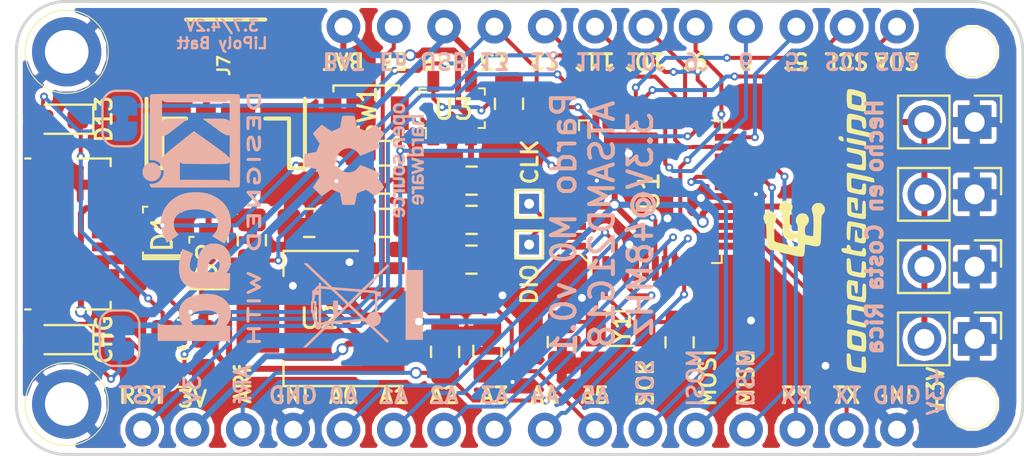
<source format=kicad_pcb>
(kicad_pcb (version 20171130) (host pcbnew 5.0.2+dfsg1-1~bpo9+1)
  (title_block (title "Pardo M0 ATSAMD21G18") (date 2020-05-14) (rev 0.1) (company Conectaequipo.com))
  (layers (0 F.Cu signal) (31 B.Cu signal) (34 B.Paste user) (35 F.Paste user) (36 B.SilkS user) (37 F.SilkS user) (38 B.Mask user) (39 F.Mask user) (44 Edge.Cuts user))
  (net 0 "")
  (net 1 "Net-(C1-Pad1)")
  (net 2 GND)
  (net 3 "Net-(C2-Pad1)")
  (net 4 "Net-(C3-Pad1)")
  (net 5 +3V3)
  (net 6 +BATT)
  (net 7 A5)
  (net 8 "Net-(R5-Pad2)")
  (net 9 "Net-(R6-Pad1)")
  (net 10 D-)
  (net 11 D+)
  (net 12 "Net-(J1-Pad4)")
  (net 13 SWCLK)
  (net 14 SWDIO)
  (net 15 D3)
  (net 16 D5)
  (net 17 RX)
  (net 18 TX)
  (net 19 D4)
  (net 20 D6)
  (net 21 SCL)
  (net 22 SDA)
  (net 23 VBUS)
  (net 24 D7)
  (net 25 D8)
  (net 26 D9)
  (net 27 D10)
  (net 28 D11)
  (net 29 D12)
  (net 30 A1)
  (net 31 A2)
  (net 32 A3)
  (net 33 A4)
  (net 34 RST)
  (net 35 "Net-(U2-Pad4)")
  (net 36 D13)
  (net 37 MOSI)
  (net 38 SCK)
  (net 39 MISO)
  (net 40 "Net-(U1-Pad22)")
  (net 41 "Net-(U1-Pad37)")
  (net 42 "Net-(U1-Pad38)")
  (net 43 "Net-(U1-Pad39)")
  (net 44 "Net-(U1-Pad41)")
  (net 45 "Net-(U1-Pad48)")
  (net 46 "Net-(D3.1-Pad2)")
  (net 47 "Net-(D3.1-Pad1)")
  (net 48 "Net-(D4.1-Pad1)")
  (net 49 "Net-(D4.1-Pad2)")
  (net 50 ARf)
  (net 51 A0)
  (net 52 En)
  (net 53 "Net-(C4-CR1-Pad1)")
  (module MountingHole:MountingHole_2.2mm_M2 (layer F.Cu) (at 172.4787 84.2899 90)
    (fp_text reference REF** hide)
    (fp_text value MountingHole_2.2mm_M2)
    (pad 1 np_thru_hole circle (at 0 0 90) (size 2.2 2.2) (drill 2.2) (layers *.Cu *.Mask))
  )
  (module digikey-footprints:TQFP-48_7x7mm (layer F.Cu) (at 156.2227 91.3511 90)
    (fp_text reference U1 (at 0 -0.0635 90) (layer F.SilkS))
    (fp_text value ATSAMD21G18A-AUT)
    (pad 6 smd rect (at -3.875 -0.25 90) (size 1.25 0.35) (layers F.Cu F.Paste F.Mask) (net 5 +3V3))
    (pad 5 smd rect (at -3.875 -0.75 90) (size 1.25 0.35) (layers F.Cu F.Paste F.Mask) (net 2 GND))
    (pad 4 smd rect (at -3.875 -1.25 90) (size 1.25 0.35) (layers F.Cu F.Paste F.Mask) (net 50 ARf))
    (pad 3 smd rect (at -3.875 -1.75 90) (size 1.25 0.35) (layers F.Cu F.Paste F.Mask) (net 51 A0))
    (pad 2 smd rect (at -3.875 -2.25 90) (size 1.25 0.35) (layers F.Cu F.Paste F.Mask) (net 4 "Net-(C3-Pad1)"))
    (pad 1 smd rect (at -3.875 -2.75 90) (size 1.25 0.35) (layers F.Cu F.Paste F.Mask) (net 3 "Net-(C2-Pad1)"))
    (pad 7 smd rect (at -3.875 0.25 90) (size 1.25 0.35) (layers F.Cu F.Paste F.Mask) (net 30 A1))
    (pad 8 smd rect (at -3.875 0.75 90) (size 1.25 0.35) (layers F.Cu F.Paste F.Mask) (net 31 A2))
    (pad 9 smd rect (at -3.875 1.25 90) (size 1.25 0.35) (layers F.Cu F.Paste F.Mask) (net 32 A3))
    (pad 10 smd rect (at -3.875 1.75 90) (size 1.25 0.35) (layers F.Cu F.Paste F.Mask) (net 33 A4))
    (pad 11 smd rect (at -3.875 2.25 90) (size 1.25 0.35) (layers F.Cu F.Paste F.Mask) (net 25 D8))
    (pad 12 smd rect (at -3.875 2.75 90) (size 1.25 0.35) (layers F.Cu F.Paste F.Mask) (net 26 D9))
    (pad 18 smd rect (at -0.25 3.875 90) (size 0.35 1.25) (layers F.Cu F.Paste F.Mask) (net 2 GND))
    (pad 17 smd rect (at -0.75 3.875 90) (size 0.35 1.25) (layers F.Cu F.Paste F.Mask) (net 5 +3V3))
    (pad 16 smd rect (at -1.25 3.875 90) (size 0.35 1.25) (layers F.Cu F.Paste F.Mask) (net 17 RX))
    (pad 15 smd rect (at -1.75 3.875 90) (size 0.35 1.25) (layers F.Cu F.Paste F.Mask) (net 18 TX))
    (pad 14 smd rect (at -2.25 3.875 90) (size 0.35 1.25) (layers F.Cu F.Paste F.Mask) (net 15 D3))
    (pad 13 smd rect (at -2.75 3.875 90) (size 0.35 1.25) (layers F.Cu F.Paste F.Mask) (net 19 D4))
    (pad 19 smd rect (at 0.25 3.875 90) (size 0.35 1.25) (layers F.Cu F.Paste F.Mask) (net 37 MOSI))
    (pad 20 smd rect (at 0.75 3.875 90) (size 0.35 1.25) (layers F.Cu F.Paste F.Mask) (net 38 SCK))
    (pad 21 smd rect (at 1.25 3.875 90) (size 0.35 1.25) (layers F.Cu F.Paste F.Mask) (net 39 MISO))
    (pad 22 smd rect (at 1.75 3.875 90) (size 0.35 1.25) (layers F.Cu F.Paste F.Mask) (net 40 "Net-(U1-Pad22)"))
    (pad 23 smd rect (at 2.25 3.875 90) (size 0.35 1.25) (layers F.Cu F.Paste F.Mask) (net 29 D12))
    (pad 24 smd rect (at 2.75 3.875 90) (size 0.35 1.25) (layers F.Cu F.Paste F.Mask) (net 16 D5))
    (pad 25 smd rect (at 3.875 2.75 90) (size 1.25 0.35) (layers F.Cu F.Paste F.Mask) (net 28 D11))
    (pad 26 smd rect (at 3.875 2.25 90) (size 1.25 0.35) (layers F.Cu F.Paste F.Mask) (net 36 D13))
    (pad 27 smd rect (at 3.875 1.75 90) (size 1.25 0.35) (layers F.Cu F.Paste F.Mask) (net 27 D10))
    (pad 28 smd rect (at 3.875 1.25 90) (size 1.25 0.35) (layers F.Cu F.Paste F.Mask) (net 29 D12))
    (pad 29 smd rect (at 3.875 0.75 90) (size 1.25 0.35) (layers F.Cu F.Paste F.Mask) (net 20 D6))
    (pad 30 smd rect (at 3.875 0.25 90) (size 1.25 0.35) (layers F.Cu F.Paste F.Mask) (net 24 D7))
    (pad 31 smd rect (at 3.875 -0.25 90) (size 1.25 0.35) (layers F.Cu F.Paste F.Mask) (net 22 SDA))
    (pad 32 smd rect (at 3.875 -0.75 90) (size 1.25 0.35) (layers F.Cu F.Paste F.Mask) (net 21 SCL))
    (pad 33 smd rect (at 3.875 -1.25 90) (size 1.25 0.35) (layers F.Cu F.Paste F.Mask) (net 10 D-))
    (pad 34 smd rect (at 3.875 -1.75 90) (size 1.25 0.35) (layers F.Cu F.Paste F.Mask) (net 11 D+))
    (pad 35 smd rect (at 3.875 -2.25 90) (size 1.25 0.35) (layers F.Cu F.Paste F.Mask) (net 2 GND))
    (pad 36 smd rect (at 3.875 -2.75 90) (size 1.25 0.35) (layers F.Cu F.Paste F.Mask) (net 5 +3V3))
    (pad 37 smd rect (at 2.75 -3.875 90) (size 0.35 1.25) (layers F.Cu F.Paste F.Mask) (net 41 "Net-(U1-Pad37)"))
    (pad 38 smd rect (at 2.25 -3.875 90) (size 0.35 1.25) (layers F.Cu F.Paste F.Mask) (net 42 "Net-(U1-Pad38)"))
    (pad 39 smd rect (at 1.75 -3.875 90) (size 0.35 1.25) (layers F.Cu F.Paste F.Mask) (net 43 "Net-(U1-Pad39)"))
    (pad 40 smd rect (at 1.25 -3.875 90) (size 0.35 1.25) (layers F.Cu F.Paste F.Mask) (net 34 RST))
    (pad 41 smd rect (at 0.75 -3.875 90) (size 0.35 1.25) (layers F.Cu F.Paste F.Mask) (net 44 "Net-(U1-Pad41)"))
    (pad 42 smd rect (at 0.25 -3.875 90) (size 0.35 1.25) (layers F.Cu F.Paste F.Mask) (net 2 GND))
    (pad 43 smd rect (at -0.25 -3.875 90) (size 0.35 1.25) (layers F.Cu F.Paste F.Mask) (net 1 "Net-(C1-Pad1)"))
    (pad 44 smd rect (at -0.75 -3.875 90) (size 0.35 1.25) (layers F.Cu F.Paste F.Mask) (net 5 +3V3))
    (pad 45 smd rect (at -1.25 -3.875 90) (size 0.35 1.25) (layers F.Cu F.Paste F.Mask) (net 13 SWCLK))
    (pad 46 smd rect (at -1.75 -3.875 90) (size 0.35 1.25) (layers F.Cu F.Paste F.Mask) (net 14 SWDIO))
    (pad 47 smd rect (at -2.25 -3.875 90) (size 0.35 1.25) (layers F.Cu F.Paste F.Mask) (net 7 A5))
    (pad 48 smd rect (at -2.75 -3.875 90) (size 0.35 1.25) (layers F.Cu F.Paste F.Mask) (net 45 "Net-(U1-Pad48)"))
  )
  (module Capacitor_SMD:C_0805_2012Metric_Pad1.15x1.40mm_HandSolder (layer F.Cu) (at 147.1893 94.7801 180)
    (fp_text reference C1 hide)
    (fp_text value 1uF)
    (pad 1 smd roundrect (at -1.025 0 180) (size 1.15 1.4) (layers F.Cu F.Paste F.Mask) (roundrect_rratio 0.217391) (net 1 "Net-(C1-Pad1)"))
    (pad 2 smd roundrect (at 1.025 0 180) (size 1.15 1.4) (layers F.Cu F.Paste F.Mask) (roundrect_rratio 0.217391) (net 2 GND))
  )
  (module Custom:SOT-223-6_TabPin6 (layer F.Cu) (at 139.5732 97.7519 180)
    (fp_text reference U2 (at 0.0635 0) (layer F.SilkS))
    (fp_text value TPS73733DCQR hide)
    (pad 4 smd rect (at -3.1375 1.27 180) (size 2.2 0.6) (layers F.Cu F.Paste F.Mask) (net 35 "Net-(U2-Pad4)"))
    (pad 2 smd rect (at -3.1375 -1.27 180) (size 2.2 0.6) (layers F.Cu F.Paste F.Mask) (net 5 +3V3))
    (pad 6 smd rect (at 3.1625 0 180) (size 2.15 3.45) (layers F.Cu F.Paste F.Mask))
    (pad 3 smd rect (at -3.1375 0 180) (size 2.2 0.6) (layers F.Cu F.Paste F.Mask) (net 2 GND))
    (pad 5 smd rect (at -3.1375 2.54 180) (size 2.2 0.6) (layers F.Cu F.Paste F.Mask) (net 52 En))
    (pad 1 smd rect (at -3.1375 -2.54 180) (size 2.2 0.6) (layers F.Cu F.Paste F.Mask) (net 53 "Net-(C4-CR1-Pad1)"))
  )
  (module Capacitor_SMD:C_0805_2012Metric_Pad1.15x1.40mm_HandSolder (layer F.Cu) (at 157.6959 98.9547 270)
    (fp_text reference C3 hide)
    (fp_text value 22pF)
    (pad 2 smd roundrect (at 1.025 0 270) (size 1.15 1.4) (layers F.Cu F.Paste F.Mask) (roundrect_rratio 0.217391) (net 2 GND))
    (pad 1 smd roundrect (at -1.025 0 270) (size 1.15 1.4) (layers F.Cu F.Paste F.Mask) (roundrect_rratio 0.217391) (net 4 "Net-(C3-Pad1)"))
  )
  (module Capacitor_SMD:C_0805_2012Metric_Pad1.15x1.40mm_HandSolder (layer F.Cu) (at 151.7523 98.9457 270)
    (fp_text reference C2 hide)
    (fp_text value 22pF)
    (pad 2 smd roundrect (at 1.025 0 270) (size 1.15 1.4) (layers F.Cu F.Paste F.Mask) (roundrect_rratio 0.217391) (net 2 GND))
    (pad 1 smd roundrect (at -1.025 0 270) (size 1.15 1.4) (layers F.Cu F.Paste F.Mask) (roundrect_rratio 0.217391) (net 3 "Net-(C2-Pad1)"))
  )
  (module Capacitor_SMD:C_0805_2012Metric_Pad1.15x1.40mm_HandSolder (layer F.Cu) (at 142.8025 92.9259)
    (fp_text reference C7 hide)
    (fp_text value 1uF)
    (pad 1 smd roundrect (at -1.025 0) (size 1.15 1.4) (layers F.Cu F.Paste F.Mask) (roundrect_rratio 0.217391) (net 5 +3V3))
    (pad 2 smd roundrect (at 1.025 0) (size 1.15 1.4) (layers F.Cu F.Paste F.Mask) (roundrect_rratio 0.217391) (net 2 GND))
  )
  (module Capacitor_SMD:C_0805_2012Metric_Pad1.15x1.40mm_HandSolder (layer F.Cu) (at 147.1967 90.7923)
    (fp_text reference C8 hide)
    (fp_text value 10uF)
    (pad 2 smd roundrect (at 1.025 0) (size 1.15 1.4) (layers F.Cu F.Paste F.Mask) (roundrect_rratio 0.217391) (net 2 GND))
    (pad 1 smd roundrect (at -1.025 0) (size 1.15 1.4) (layers F.Cu F.Paste F.Mask) (roundrect_rratio 0.217391) (net 6 +BATT))
  )
  (module Capacitor_SMD:C_0805_2012Metric_Pad1.15x1.40mm_HandSolder (layer F.Cu) (at 145.8595 99.4373 90)
    (fp_text reference C9 hide)
    (fp_text value 1uF)
    (pad 1 smd roundrect (at -1.025 0 90) (size 1.15 1.4) (layers F.Cu F.Paste F.Mask) (roundrect_rratio 0.217391) (net 50 ARf))
    (pad 2 smd roundrect (at 1.025 0 90) (size 1.15 1.4) (layers F.Cu F.Paste F.Mask) (roundrect_rratio 0.217391) (net 2 GND))
  )
  (module Capacitor_SMD:C_0805_2012Metric_Pad1.15x1.40mm_HandSolder (layer F.Cu) (at 136.1059 93.7985 90)
    (fp_text reference C4-CR1 hide)
    (fp_text value 1uF)
    (pad 1 smd roundrect (at -1.025 0 90) (size 1.15 1.4) (layers F.Cu F.Paste F.Mask) (roundrect_rratio 0.217391) (net 53 "Net-(C4-CR1-Pad1)"))
    (pad 2 smd roundrect (at 1.025 0 90) (size 1.15 1.4) (layers F.Cu F.Paste F.Mask) (roundrect_rratio 0.217391) (net 2 GND))
  )
  (module digikey-footprints:SOD-123 (layer F.Cu) (at 131.5847 93.4337 90)
    (fp_text reference D1 (at 0.0125 0 270) (layer F.SilkS))
    (fp_text value MBR0520LT1G)
    (pad A smd rect (at 1.575 0 90) (size 0.9 0.95) (layers F.Cu F.Paste F.Mask) (net 23 VBUS))
    (pad K smd rect (at -1.575 0 90) (size 0.9 0.95) (layers F.Cu F.Paste F.Mask) (net 53 "Net-(C4-CR1-Pad1)"))
  )
  (module digikey-footprints:SOD-123 (layer F.Cu) (at 133.9215 94.9577 90)
    (fp_text reference D2 (at 0.0635 -0.0635 270) (layer F.SilkS))
    (fp_text value MBR0520LT1G)
    (pad K smd rect (at -1.575 0 90) (size 0.9 0.95) (layers F.Cu F.Paste F.Mask) (net 53 "Net-(C4-CR1-Pad1)"))
    (pad A smd rect (at 1.575 0 90) (size 0.9 0.95) (layers F.Cu F.Paste F.Mask) (net 6 +BATT))
  )
  (module Connector_USB:USB_Micro-B_Molex_47346-0001 (layer F.Cu) (at 127.2667 93.4847 270)
    (fp_text reference J1 hide)
    (fp_text value USB_OTG)
    (pad 1 smd rect (at -1.3 -1.46 270) (size 0.45 1.38) (layers F.Cu F.Paste F.Mask) (net 23 VBUS))
    (pad 2 smd rect (at -0.65 -1.46 270) (size 0.45 1.38) (layers F.Cu F.Paste F.Mask) (net 10 D-))
    (pad 3 smd rect (at 0 -1.46 270) (size 0.45 1.38) (layers F.Cu F.Paste F.Mask) (net 11 D+))
    (pad 4 smd rect (at 0.65 -1.46 270) (size 0.45 1.38) (layers F.Cu F.Paste F.Mask) (net 12 "Net-(J1-Pad4)"))
    (pad 5 smd rect (at 1.3 -1.46 270) (size 0.45 1.38) (layers F.Cu F.Paste F.Mask) (net 2 GND))
    (pad 6 smd rect (at -2.4875 -1.375 270) (size 1.425 1.55) (layers F.Cu F.Paste F.Mask) (net 2 GND))
    (pad 6 smd rect (at 2.4875 -1.375 270) (size 1.425 1.55) (layers F.Cu F.Paste F.Mask) (net 2 GND))
    (pad 6 smd rect (at -3.375 1.2 270) (size 1.65 1.3) (layers F.Cu F.Paste F.Mask) (net 2 GND))
    (pad 6 smd rect (at 3.375 1.2 270) (size 1.65 1.3) (layers F.Cu F.Paste F.Mask) (net 2 GND))
    (pad 6 smd rect (at -1.15 1.2 270) (size 1.8 1.9) (layers F.Cu F.Paste F.Mask) (net 2 GND))
    (pad 6 smd rect (at 1.55 1.2 270) (size 1 1.9) (layers F.Cu F.Paste F.Mask) (net 2 GND))
  )
  (module SPK_Connectors:JST-2-SMD (layer F.Cu) (at 134.7851 85.6615)
    (fp_text reference J7 (at -0.09398 -0.6731 -270) (layer F.SilkS) (effects (font (size 0.6096 0.6096) (thickness 0.127))))
    (fp_text value Conn_02x01 hide)
    (pad 1 smd rect (at -0.99822 3.69824) (size 0.99822 4.59994) (layers F.Cu F.Paste F.Mask) (net 6 +BATT))
    (pad 2 smd rect (at 0.99822 3.69824) (size 0.99822 4.59994) (layers F.Cu F.Paste F.Mask) (net 2 GND))
    (pad NC1 smd rect (at -3.39852 -1.4986 90) (size 3.39852 1.59766) (layers F.Cu F.Paste F.Mask))
    (pad NC2 smd rect (at 3.39852 -1.4986 90) (size 3.39852 1.59766) (layers F.Cu F.Paste F.Mask))
  )
  (module Jumper:SolderJumper-2_P1.3mm_Bridged_RoundedPad1.0x1.5mm (layer B.Cu) (at 129.5654 87.6577 270)
    (fp_text reference JP1 hide)
    (fp_text value SolderJumper_2_Bridged hide)
    (fp_poly (pts (xy 0.25 0.3) (xy -0.25 0.3) (xy -0.25 -0.3) (xy 0.25 -0.3)) (layer B.Cu) (width 0))
    (pad 2 smd custom (at 0.65 0 270) (size 1 0.5) (layers B.Cu B.Mask) (net 46 "Net-(D3.1-Pad2)") (options (clearance outline) (anchor rect)) (primitives (gr_circle (center 0 -0.25) (end 0.5 -0.25) (width 0)) (gr_circle (center 0 0.25) (end 0.5 0.25) (width 0)) (gr_poly (pts (xy 0 0.75) (xy -0.5 0.75) (xy -0.5 -0.75) (xy 0 -0.75)) (width 0))))
    (pad 1 smd custom (at -0.65 0 270) (size 1 0.5) (layers B.Cu B.Mask) (net 36 D13) (options (clearance outline) (anchor rect)) (primitives (gr_circle (center 0 -0.25) (end 0.5 -0.25) (width 0)) (gr_circle (center 0 0.25) (end 0.5 0.25) (width 0)) (gr_poly (pts (xy 0 0.75) (xy 0.5 0.75) (xy 0.5 -0.75) (xy 0 -0.75)) (width 0))))
  )
  (module Jumper:SolderJumper-2_P1.3mm_Bridged_RoundedPad1.0x1.5mm (layer B.Cu) (at 129.4257 98.7448 270)
    (fp_text reference JP2 hide)
    (fp_text value SolderJumper_2_Bridged hide)
    (fp_poly (pts (xy 0.25 0.3) (xy -0.25 0.3) (xy -0.25 -0.3) (xy 0.25 -0.3)) (layer B.Cu) (width 0))
    (pad 1 smd custom (at -0.65 0 270) (size 1 0.5) (layers B.Cu B.Mask) (net 23 VBUS) (options (clearance outline) (anchor rect)) (primitives (gr_circle (center 0 -0.25) (end 0.5 -0.25) (width 0)) (gr_circle (center 0 0.25) (end 0.5 0.25) (width 0)) (gr_poly (pts (xy 0 0.75) (xy 0.5 0.75) (xy 0.5 -0.75) (xy 0 -0.75)) (width 0))))
    (pad 2 smd custom (at 0.65 0 270) (size 1 0.5) (layers B.Cu B.Mask) (net 49 "Net-(D4.1-Pad2)") (options (clearance outline) (anchor rect)) (primitives (gr_circle (center 0 -0.25) (end 0.5 -0.25) (width 0)) (gr_circle (center 0 0.25) (end 0.5 0.25) (width 0)) (gr_poly (pts (xy 0 0.75) (xy -0.5 0.75) (xy -0.5 -0.75) (xy 0 -0.75)) (width 0))))
  )
  (module Resistor_SMD:R_0805_2012Metric_Pad1.15x1.40mm_HandSolder (layer F.Cu) (at 142.8025 90.7415)
    (fp_text reference R1 hide)
    (fp_text value 100K)
    (pad 2 smd roundrect (at 1.025 0) (size 1.15 1.4) (layers F.Cu F.Paste F.Mask) (roundrect_rratio 0.217391) (net 52 En))
    (pad 1 smd roundrect (at -1.025 0) (size 1.15 1.4) (layers F.Cu F.Paste F.Mask) (roundrect_rratio 0.217391) (net 53 "Net-(C4-CR1-Pad1)"))
  )
  (module Resistor_SMD:R_0805_2012Metric_Pad1.15x1.40mm_HandSolder (layer F.Cu) (at 147.1967 92.7735)
    (fp_text reference R2 hide)
    (fp_text value 100K)
    (pad 1 smd roundrect (at -1.025 0) (size 1.15 1.4) (layers F.Cu F.Paste F.Mask) (roundrect_rratio 0.217391) (net 6 +BATT))
    (pad 2 smd roundrect (at 1.025 0) (size 1.15 1.4) (layers F.Cu F.Paste F.Mask) (roundrect_rratio 0.217391) (net 7 A5))
  )
  (module Resistor_SMD:R_0805_2012Metric_Pad1.15x1.40mm_HandSolder (layer F.Cu) (at 147.9931 99.3865 90)
    (fp_text reference R3 hide)
    (fp_text value 100K)
    (pad 1 smd roundrect (at -1.025 0 90) (size 1.15 1.4) (layers F.Cu F.Paste F.Mask) (roundrect_rratio 0.217391) (net 7 A5))
    (pad 2 smd roundrect (at 1.025 0 90) (size 1.15 1.4) (layers F.Cu F.Paste F.Mask) (roundrect_rratio 0.217391) (net 2 GND))
  )
  (module Resistor_SMD:R_0805_2012Metric_Pad1.15x1.40mm_HandSolder (layer F.Cu) (at 132.6298 98.5266)
    (fp_text reference R4 hide)
    (fp_text value 2.2K)
    (pad 2 smd roundrect (at 1.025 0) (size 1.15 1.4) (layers F.Cu F.Paste F.Mask) (roundrect_rratio 0.217391) (net 2 GND))
    (pad 1 smd roundrect (at -1.025 0) (size 1.15 1.4) (layers F.Cu F.Paste F.Mask) (roundrect_rratio 0.217391) (net 47 "Net-(D3.1-Pad1)"))
  )
  (module Resistor_SMD:R_0805_2012Metric_Pad1.15x1.40mm_HandSolder (layer F.Cu) (at 132.6298 100.4951)
    (fp_text reference R5 hide)
    (fp_text value 1K)
    (pad 2 smd roundrect (at 1.025 0) (size 1.15 1.4) (layers F.Cu F.Paste F.Mask) (roundrect_rratio 0.217391) (net 8 "Net-(R5-Pad2)"))
    (pad 1 smd roundrect (at -1.025 0) (size 1.15 1.4) (layers F.Cu F.Paste F.Mask) (roundrect_rratio 0.217391) (net 48 "Net-(D4.1-Pad1)"))
  )
  (module Resistor_SMD:R_0805_2012Metric_Pad1.15x1.40mm_HandSolder (layer F.Cu) (at 149.0853 86.9151 270)
    (fp_text reference R6 hide)
    (fp_text value 10K)
    (pad 1 smd roundrect (at -1.025 0 270) (size 1.15 1.4) (layers F.Cu F.Paste F.Mask) (roundrect_rratio 0.217391) (net 9 "Net-(R6-Pad1)"))
    (pad 2 smd roundrect (at 1.025 0 270) (size 1.15 1.4) (layers F.Cu F.Paste F.Mask) (roundrect_rratio 0.217391) (net 2 GND))
  )
  (module Button_Switch_SMD:SW_SPST_B3U-1000P (layer F.Cu) (at 141.8735 87.3887)
    (fp_text reference SW1 (at 0.0635 0 -270) (layer F.SilkS) (effects (font (size 0.9 0.9))))
    (fp_text value SW_Push)
    (pad 1 smd rect (at -1.7 0) (size 0.9 1.7) (layers F.Cu F.Paste F.Mask) (net 2 GND))
    (pad 2 smd rect (at 1.7 0) (size 0.9 1.7) (layers F.Cu F.Paste F.Mask) (net 34 RST))
  )
  (module digikey-footprints:SOT-753 (layer F.Cu) (at 146.2151 87.1347)
    (fp_text reference U3 (at 0.0635 0.0635) (layer F.SilkS))
    (fp_text value MCP73832T-2ACI_OT hide)
    (pad 5 smd rect (at -0.95 -1.35) (size 0.6 1.05) (layers F.Cu F.Paste F.Mask) (net 9 "Net-(R6-Pad1)"))
    (pad 4 smd rect (at 0.95 -1.35) (size 0.6 1.05) (layers F.Cu F.Paste F.Mask) (net 23 VBUS))
    (pad 3 smd rect (at 0.95 1.35) (size 0.6 1.05) (layers F.Cu F.Paste F.Mask) (net 6 +BATT))
    (pad 2 smd rect (at 0 1.35) (size 0.6 1.05) (layers F.Cu F.Paste F.Mask) (net 2 GND))
    (pad 1 smd rect (at -0.95 1.35) (size 0.6 1.05) (layers F.Cu F.Paste F.Mask) (net 8 "Net-(R5-Pad2)"))
  )
  (module Crystal:Crystal_SMD_3215-2Pin_3.2x1.5mm (layer F.Cu) (at 154.7187 98.2599 180)
    (fp_text reference Y1 (at -0.0635 0 270) (layer F.SilkS) (effects (font (size 0.85 0.85))))
    (fp_text value Crystal)
    (pad 2 smd rect (at -1.25 0 180) (size 1 1.8) (layers F.Cu F.Paste F.Mask) (net 4 "Net-(C3-Pad1)"))
    (pad 1 smd rect (at 1.25 0 180) (size 1 1.8) (layers F.Cu F.Paste F.Mask) (net 3 "Net-(C2-Pad1)"))
  )
  (module Capacitor_SMD:C_0805_2012Metric_Pad1.15x1.40mm_HandSolder (layer F.Cu) (at 139.0015 92.9259 180)
    (fp_text reference C5-CR1 hide)
    (fp_text value 1uF)
    (pad 1 smd roundrect (at -1.025 0 180) (size 1.15 1.4) (layers F.Cu F.Paste F.Mask) (roundrect_rratio 0.217391) (net 5 +3V3))
    (pad 2 smd roundrect (at 1.025 0 180) (size 1.15 1.4) (layers F.Cu F.Paste F.Mask) (roundrect_rratio 0.217391) (net 2 GND))
  )
  (module MountingHole_2.2mm_M2_ISO7380_Pad (layer F.Cu) (at 126.7587 102.0699 90)
    (fp_text reference H1 hide)
    (fp_text value MountingHole_Pad)
    (pad 1 thru_hole circle (at 0 0 90) (size 3.5 3.5) (drill 2.2) (layers *.Cu *.Mask) (net 2 GND))
  )
  (module MountingHole_2.2mm_M2_ISO7380_Pad (layer F.Cu) (at 126.7587 84.2899 90)
    (fp_text reference H2 hide)
    (fp_text value MountingHole_Pad)
    (pad 1 thru_hole circle (at 0 0 90) (size 3.5 3.5) (drill 2.2) (layers *.Cu *.Mask) (net 2 GND))
  )
  (module LED_SMD:LED_0603_1608Metric_Pad1.05x0.95mm_HandSolder (layer F.Cu) (at 126.4425 87.6935 180)
    (fp_text reference D3.1 hide)
    (fp_text value D13)
    (pad 1 smd roundrect (at -0.875 0 180) (size 1.05 0.95) (layers F.Cu F.Paste F.Mask) (net 47 "Net-(D3.1-Pad1)"))
    (pad 2 smd roundrect (at 0.875 0 180) (size 1.05 0.95) (layers F.Cu F.Paste F.Mask) (net 46 "Net-(D3.1-Pad2)"))
  )
  (module LED_SMD:LED_0603_1608Metric_Pad1.05x0.95mm_HandSolder (layer F.Cu) (at 126.4425 98.8187 180)
    (fp_text reference D4.1 hide)
    (fp_text value CHG)
    (pad 2 smd roundrect (at 0.875 0 180) (size 1.05 0.95) (layers F.Cu F.Paste F.Mask) (net 49 "Net-(D4.1-Pad2)"))
    (pad 1 smd roundrect (at -0.875 0 180) (size 1.05 0.95) (layers F.Cu F.Paste F.Mask) (net 48 "Net-(D4.1-Pad1)"))
  )
  (module TestPoint:TestPoint_THTPad_1.0x1.0mm_Drill0.5mm (layer F.Cu) (at 150.1013 91.9607 90)
    (fp_text reference TP1 hide)
    (fp_text value TestPoint)
    (pad 1 thru_hole rect (at 0 0 90) (size 1 1) (drill 0.5) (layers *.Cu *.Mask) (net 13 SWCLK))
  )
  (module TestPoint:TestPoint_THTPad_1.0x1.0mm_Drill0.5mm (layer F.Cu) (at 150.1013 94.0181 90)
    (fp_text reference TP2 hide)
    (fp_text value TestPoint)
    (pad 1 thru_hole rect (at 0 0 90) (size 1 1) (drill 0.5) (layers *.Cu *.Mask) (net 14 SWDIO))
  )
  (module Connector_PinHeader_2.54mm:PinHeader_1x02_P2.54mm_Vertical (layer F.Cu) (at 172.593 98.7806 270)
    (fp_text reference J2 hide)
    (fp_text value Conn_02x01)
    (pad 2 thru_hole oval (at 0 2.54 270) (size 1.7 1.7) (drill 1) (layers *.Cu *.Mask) (net 5 +3V3))
    (pad 1 thru_hole rect (at 0 0 270) (size 1.7 1.7) (drill 1) (layers *.Cu *.Mask) (net 2 GND))
  )
  (module Connector_PinHeader_2.54mm:PinHeader_1x02_P2.54mm_Vertical (layer F.Cu) (at 172.593 95.134399 270)
    (fp_text reference J3 hide)
    (fp_text value Conn_02x01)
    (pad 1 thru_hole rect (at 0 0 270) (size 1.7 1.7) (drill 1) (layers *.Cu *.Mask) (net 2 GND))
    (pad 2 thru_hole oval (at 0 2.54 270) (size 1.7 1.7) (drill 1) (layers *.Cu *.Mask) (net 5 +3V3))
  )
  (module Connector_PinHeader_2.54mm:PinHeader_1x02_P2.54mm_Vertical (layer F.Cu) (at 172.593 91.484399 270)
    (fp_text reference J4 hide)
    (fp_text value Conn_02x01)
    (pad 2 thru_hole oval (at 0 2.54 270) (size 1.7 1.7) (drill 1) (layers *.Cu *.Mask) (net 5 +3V3))
    (pad 1 thru_hole rect (at 0 0 270) (size 1.7 1.7) (drill 1) (layers *.Cu *.Mask) (net 2 GND))
  )
  (module Connector_PinHeader_2.54mm:PinHeader_1x02_P2.54mm_Vertical (layer F.Cu) (at 172.593 87.834399 270)
    (fp_text reference J5 hide)
    (fp_text value Conn_02x01)
    (pad 1 thru_hole rect (at 0 0 270) (size 1.7 1.7) (drill 1) (layers *.Cu *.Mask) (net 2 GND))
    (pad 2 thru_hole oval (at 0 2.54 270) (size 1.7 1.7) (drill 1) (layers *.Cu *.Mask) (net 5 +3V3))
  )
  (module Custom:ce_logo40x40 (layer F.Cu) (at 164.719 93.3323 90)
    (fp_text reference G*** hide)
    (fp_text value LOGO hide)
  )
  (module Symbol:WEEE-Logo_4.2x6mm_SilkScreen (layer B.Cu) (at 141.7193 97.0788 270)
    (fp_text reference REF** hide)
    (fp_text value WEEE-Logo_4.2x6mm_SilkScreen hide)
  )
  (module Symbol:KiCad-Logo2_5mm_SilkScreen (layer B.Cu) (at 133.5659 92.6973 270)
    (fp_text reference REF** hide)
    (fp_text value KiCad-Logo2_5mm_SilkScreen hide)
  )
  (module Symbol:OSHW-Logo_5.7x6mm_SilkScreen (layer B.Cu) (at 141.7701 89.7636 270)
    (fp_text reference REF** hide)
    (fp_text value OSHW-Logo_5.7x6mm_SilkScreen hide)
  )
  (module "Custom:Feather Shield" (layer F.Cu) (at 124.2187 104.6099 90)
    (fp_text reference U4 hide)
    (fp_text value Feather_board)
    (pad 13 thru_hole circle (at 1.25 36.83 90) (size 1.7 1.7) (drill 0.9) (layers *.Cu *.Mask) (net 39 MISO))
    (pad 12 thru_hole circle (at 1.25 34.29 90) (size 1.7 1.7) (drill 0.9) (layers *.Cu *.Mask) (net 37 MOSI))
    (pad 11 thru_hole circle (at 1.25 31.75 90) (size 1.7 1.7) (drill 0.9) (layers *.Cu *.Mask) (net 38 SCK))
    (pad 10 thru_hole circle (at 1.25 29.21 180) (size 1.7 1.7) (drill 0.9) (layers *.Cu *.Mask) (net 7 A5))
    (pad 9 thru_hole circle (at 1.25 26.67 90) (size 1.7 1.7) (drill 0.9) (layers *.Cu *.Mask) (net 33 A4))
    (pad 8 thru_hole circle (at 1.25 24.13 90) (size 1.7 1.7) (drill 0.9) (layers *.Cu *.Mask) (net 32 A3))
    (pad 7 thru_hole circle (at 1.25 21.59 90) (size 1.7 1.7) (drill 0.9) (layers *.Cu *.Mask) (net 31 A2))
    (pad 6 thru_hole circle (at 1.25 19.05 90) (size 1.7 1.7) (drill 0.9) (layers *.Cu *.Mask) (net 30 A1))
    (pad 5 thru_hole circle (at 1.25 16.51 90) (size 1.7 1.7) (drill 0.9) (layers *.Cu *.Mask) (net 51 A0))
    (pad 4 thru_hole circle (at 1.25 13.97 90) (size 1.7 1.7) (drill 0.9) (layers *.Cu *.Mask) (net 2 GND))
    (pad 3 thru_hole circle (at 1.25 11.43 90) (size 1.7 1.7) (drill 0.9) (layers *.Cu *.Mask) (net 50 ARf))
    (pad 2 thru_hole circle (at 1.25 8.89 90) (size 1.7 1.7) (drill 0.9) (layers *.Cu *.Mask) (net 5 +3V3))
    (pad 1 thru_hole circle (at 1.25 6.35 90) (size 1.7 1.7) (drill 0.9) (layers *.Cu *.Mask) (net 34 RST))
    (pad 14 thru_hole circle (at 1.25 39.37 90) (size 1.7 1.7) (drill 0.9) (layers *.Cu *.Mask) (net 17 RX))
    (pad 15 thru_hole circle (at 1.25 41.91 90) (size 1.7 1.7) (drill 0.9) (layers *.Cu *.Mask) (net 18 TX))
    (pad 16 thru_hole circle (at 1.25 44.45 90) (size 1.7 1.7) (drill 0.9) (layers *.Cu *.Mask) (net 2 GND))
    (pad 28 thru_hole circle (at 21.59 44.45 90) (size 1.7 1.7) (drill 0.9) (layers *.Cu *.Mask) (net 22 SDA))
    (pad 27 thru_hole circle (at 21.59 41.91 90) (size 1.7 1.7) (drill 0.9) (layers *.Cu *.Mask) (net 21 SCL))
    (pad 26 thru_hole circle (at 21.59 39.37 90) (size 1.7 1.7) (drill 0.9) (layers *.Cu *.Mask) (net 16 D5))
    (pad 25 thru_hole circle (at 21.59 36.83 90) (size 1.7 1.7) (drill 0.9) (layers *.Cu *.Mask) (net 20 D6))
    (pad 24 thru_hole circle (at 21.59 34.29 90) (size 1.7 1.7) (drill 0.9) (layers *.Cu *.Mask) (net 26 D9))
    (pad 23 thru_hole circle (at 21.59 31.75 90) (size 1.7 1.7) (drill 0.9) (layers *.Cu *.Mask) (net 27 D10))
    (pad 22 thru_hole circle (at 21.59 29.21 90) (size 1.7 1.7) (drill 0.9) (layers *.Cu *.Mask) (net 28 D11))
    (pad 21 thru_hole circle (at 21.59 26.67 90) (size 1.7 1.7) (drill 0.9) (layers *.Cu *.Mask) (net 29 D12))
    (pad 20 thru_hole circle (at 21.59 24.13 90) (size 1.7 1.7) (drill 0.9) (layers *.Cu *.Mask) (net 36 D13))
    (pad 19 thru_hole circle (at 21.59 21.59 90) (size 1.7 1.7) (drill 0.9) (layers *.Cu *.Mask) (net 23 VBUS))
    (pad 18 thru_hole circle (at 21.59 19.05 90) (size 1.7 1.7) (drill 0.9) (layers *.Cu *.Mask) (net 52 En))
    (pad 17 thru_hole circle (at 21.59 16.51 90) (size 1.7 1.7) (drill 0.9) (layers *.Cu *.Mask) (net 6 +BATT))
  )
  (module MountingHole:MountingHole_2.2mm_M2 (layer F.Cu) (at 172.4787 102.0699 90)
    (fp_text reference REF** hide)
    (fp_text value MountingHole_2.2mm_M2)
    (pad 1 np_thru_hole circle (at 0 0 90) (size 2.2 2.2) (drill 2.2) (layers *.Cu *.Mask))
  )
  (gr_text +3V (at 170.6245 101.4095 90) (layer B.SilkS) (effects (font (size 0.8 0.8)) (justify mirror)))
  (gr_text +3V (at 170.6245 101.4095 90) (layer F.SilkS) (effects (font (size 0.8 0.8))))
  (gr_text "Pardo M0 v0.1\nATSAMD21G18\n3.3V@48MHz" (at 153.7843 93.0021 90) (layer B.SilkS) (effects (font (size 1.2 1.2) (thickness 0.2)) (justify mirror)))
  (gr_text SDA (at 168.6687 84.7471 180) (layer B.SilkS) (effects (font (size 0.8 0.8)) (justify mirror)))
  (gr_text SCL (at 166.1287 84.7471 180) (layer B.SilkS) (effects (font (size 0.8 0.8)) (justify mirror)))
  (gr_text 5^ (at 163.5887 84.7471 180) (layer B.SilkS) (effects (font (size 0.8 0.8)) (justify mirror)))
  (gr_text 6 (at 161.0487 84.7471 180) (layer B.SilkS) (effects (font (size 0.8 0.8)) (justify mirror)))
  (gr_text 9^ (at 158.5087 84.7471 180) (layer B.SilkS) (effects (font (size 0.8 0.8)) (justify mirror)))
  (gr_text 10^ (at 155.9687 84.7471 180) (layer B.SilkS) (effects (font (size 0.8 0.8)) (justify mirror)))
  (gr_text 11^ (at 153.4287 84.7471 180) (layer B.SilkS) (effects (font (size 0.8 0.8)) (justify mirror)))
  (gr_text 12 (at 150.8887 84.7471 180) (layer B.SilkS) (effects (font (size 0.8 0.8)) (justify mirror)))
  (gr_text 13 (at 148.3487 84.7471 180) (layer B.SilkS) (effects (font (size 0.8 0.8)) (justify mirror)))
  (gr_text USB (at 145.8087 84.7471 180) (layer B.SilkS) (effects (font (size 0.8 0.8)) (justify mirror)))
  (gr_text En (at 143.2687 84.7471 180) (layer B.SilkS) (effects (font (size 0.8 0.8)) (justify mirror)))
  (gr_text BAT (at 140.7287 84.7471 180) (layer B.SilkS) (effects (font (size 0.8 0.8)) (justify mirror)))
  (gr_text GND (at 168.6687 101.6381) (layer F.SilkS) (effects (font (size 0.8 0.8))))
  (gr_text RST (at 130.5687 101.6381) (layer F.SilkS) (effects (font (size 0.8 0.88))))
  (gr_text 3V (at 133.1087 101.8159) (layer F.SilkS) (effects (font (size 0.8 0.8))))
  (gr_text ARf (at 135.6487 101.0666 90) (layer F.SilkS) (effects (font (size 0.8 0.8))))
  (gr_text GND (at 138.1887 101.6381) (layer F.SilkS) (effects (font (size 0.8 0.8))))
  (gr_text A0 (at 140.7287 101.6381) (layer F.SilkS) (effects (font (size 0.8 0.8))))
  (gr_text A1 (at 143.2687 101.6381) (layer F.SilkS) (effects (font (size 0.8 0.8))))
  (gr_text A2 (at 145.8087 101.6381) (layer F.SilkS) (effects (font (size 0.8 0.8))))
  (gr_text A3 (at 148.3487 101.6381) (layer F.SilkS) (effects (font (size 0.8 0.8))))
  (gr_text A4 (at 150.8887 101.6381) (layer F.SilkS) (effects (font (size 0.8 0.8))))
  (gr_text A5 (at 153.4287 101.6381) (layer F.SilkS) (effects (font (size 0.8 0.8))))
  (gr_text SCK (at 155.9687 101.0031 90) (layer F.SilkS) (effects (font (size 0.8 0.8))))
  (gr_text MOSI (at 159.1183 100.7491 90) (layer F.SilkS) (effects (font (size 0.8 0.8))))
  (gr_text MISO (at 161.0487 100.7491 90) (layer F.SilkS) (effects (font (size 0.8 0.8))))
  (gr_text RX (at 163.5887 101.6381) (layer F.SilkS) (effects (font (size 0.8 0.8))))
  (gr_text TX (at 166.1287 101.6381) (layer F.SilkS) (effects (font (size 0.8 0.8))))
  (gr_text "3.7/4.2V\nLiPoly Batt\n" (at 134.6073 83.4136) (layer B.SilkS) (effects (font (size 0.55 0.55) (thickness 0.125)) (justify mirror)))
  (gr_text RST (at 130.5687 101.6381) (layer B.SilkS) (effects (font (size 0.8 0.88)) (justify mirror)))
  (gr_text 3V (at 133.1087 101.3587 90) (layer B.SilkS) (effects (font (size 0.8 0.8)) (justify mirror)))
  (gr_text ARf (at 135.6487 101.0666 90) (layer B.SilkS) (effects (font (size 0.8 0.8)) (justify mirror)))
  (gr_text GND (at 138.1887 101.6381) (layer B.SilkS) (effects (font (size 0.8 0.8)) (justify mirror)))
  (gr_text A0 (at 140.7287 101.6381) (layer B.SilkS) (effects (font (size 0.8 0.8)) (justify mirror)))
  (gr_text A1 (at 143.2687 101.6381) (layer B.SilkS) (effects (font (size 0.8 0.8)) (justify mirror)))
  (gr_text A2 (at 145.8087 101.6381) (layer B.SilkS) (effects (font (size 0.8 0.8)) (justify mirror)))
  (gr_text A3 (at 148.3487 101.6381) (layer B.SilkS) (effects (font (size 0.8 0.8)) (justify mirror)))
  (gr_text A4 (at 150.8887 101.6381) (layer B.SilkS) (effects (font (size 0.8 0.8)) (justify mirror)))
  (gr_text A5 (at 153.4287 101.6381) (layer B.SilkS) (effects (font (size 0.8 0.8)) (justify mirror)))
  (gr_text SCK (at 155.9687 101.0031 90) (layer B.SilkS) (effects (font (size 0.8 0.8)) (justify mirror)))
  (gr_text MOSI (at 158.5087 100.7491 90) (layer B.SilkS) (effects (font (size 0.8 0.8)) (justify mirror)))
  (gr_text MISO (at 161.0487 100.7491 90) (layer B.SilkS) (effects (font (size 0.8 0.8)) (justify mirror)))
  (gr_text RX (at 163.5887 101.6381) (layer B.SilkS) (effects (font (size 0.8 0.8)) (justify mirror)))
  (gr_text TX (at 166.1668 101.6381) (layer B.SilkS) (effects (font (size 0.8 0.8)) (justify mirror)))
  (gr_text GND (at 168.6687 101.6381) (layer B.SilkS) (effects (font (size 0.8 0.8)) (justify mirror)))
  (gr_text "Hecho en Costa Rica" (at 167.5384 93.1291 90) (layer B.SilkS) (effects (font (size 0.8 0.8) (thickness 0.2)) (justify mirror)))
  (gr_text CLK (at 150.1394 89.8525 90) (layer F.SilkS) (effects (font (size 0.8 0.8))))
  (gr_text DIO (at 150.114 96.0247 90) (layer F.SilkS) (effects (font (size 0.8 0.8))))
  (gr_text D13 (at 128.6383 87.6935 90) (layer F.SilkS) (effects (font (size 0.8 0.8))))
  (gr_text CHG (at 128.6383 98.8187 90) (layer F.SilkS) (effects (font (size 0.8 0.8))))
  (gr_text BAT (at 140.7287 84.7471 180) (layer F.SilkS) (effects (font (size 0.8 0.8))))
  (gr_text En (at 143.2687 84.7471 180) (layer F.SilkS) (effects (font (size 0.8 0.8))))
  (gr_text USB (at 145.8087 84.7471 180) (layer F.SilkS) (effects (font (size 0.8 0.8))))
  (gr_text 13 (at 148.3487 84.7471 180) (layer F.SilkS) (effects (font (size 0.8 0.8))))
  (gr_text 12 (at 150.8887 84.7471 180) (layer F.SilkS) (effects (font (size 0.8 0.8))))
  (gr_text 11^ (at 153.4287 84.7471 180) (layer F.SilkS) (effects (font (size 0.8 0.8))))
  (gr_text 10^ (at 155.9687 84.7471 180) (layer F.SilkS) (effects (font (size 0.8 0.8))))
  (gr_text 9^ (at 158.5087 84.7471 180) (layer F.SilkS) (effects (font (size 0.8 0.8))))
  (gr_text 6 (at 161.0487 84.7471 180) (layer F.SilkS) (effects (font (size 0.8 0.8))))
  (gr_text 5^ (at 163.5887 84.7471 180) (layer F.SilkS) (effects (font (size 0.8 0.8))))
  (gr_text SCL (at 166.1287 84.7471 180) (layer F.SilkS) (effects (font (size 0.8 0.8))))
  (gr_text SDA (at 168.6687 84.7471 180) (layer F.SilkS) (effects (font (size 0.8 0.8))))
  (gr_arc (start 126.7079 84.2391) (end 126.6571 81.7499) (angle -90) (layer Edge.Cuts) (width 0.15))
  (gr_arc (start 172.5295 84.2391) (end 175.0187 84.1883) (angle -90) (layer Edge.Cuts) (width 0.15))
  (gr_arc (start 172.5295 102.1207) (end 172.5803 104.6099) (angle -90) (layer Edge.Cuts) (width 0.15))
  (gr_arc (start 126.7079 102.1207) (end 124.2187 102.1715) (angle -90) (layer Edge.Cuts) (width 0.15))
  (gr_line (start 172.5803 104.6099) (end 126.7511 104.6099) (layer Edge.Cuts) (width 0.15))
  (gr_line (start 175.0187 84.1883) (end 175.0187 102.0699) (layer Edge.Cuts) (width 0.15))
  (gr_line (start 126.6571 81.7499) (end 172.4787 81.7499) (layer Edge.Cuts) (width 0.15))
  (gr_line (start 124.2187 102.1715) (end 124.2187 84.2811) (layer Edge.Cuts) (width 0.15))
  (segment (start 149.1869 93.8075) (end 148.837672 94.156728) (width 0.2032) (layer F.Cu) (net 1))
  (segment (start 149.1869 91.1987) (end 149.1869 93.8075) (width 0.2032) (layer F.Cu) (net 1))
  (segment (start 152.3477 91.6011) (end 151.17519 91.6011) (width 0.2032) (layer F.Cu) (net 1))
  (segment (start 148.837672 94.156728) (end 148.2143 94.7801) (width 0.2032) (layer F.Cu) (net 1))
  (segment (start 150.56959 90.9955) (end 149.3901 90.9955) (width 0.2032) (layer F.Cu) (net 1))
  (segment (start 151.17519 91.6011) (end 150.56959 90.9955) (width 0.2032) (layer F.Cu) (net 1))
  (segment (start 149.3901 90.9955) (end 149.1869 91.1987) (width 0.2032) (layer F.Cu) (net 1))
  (segment (start 143.5107 97.7519) (end 145.0467 96.2159) (width 0.3032) (layer F.Cu) (net 2))
  (segment (start 142.7107 97.7519) (end 143.5107 97.7519) (width 0.3032) (layer F.Cu) (net 2))
  (segment (start 145.0467 94.1451) (end 145.0721 94.1197) (width 0.3032) (layer F.Cu) (net 2))
  (segment (start 145.0467 96.2159) (end 145.0467 94.1451) (width 0.3032) (layer F.Cu) (net 2))
  (segment (start 145.0721 94.1197) (end 145.0721 92.9259) (width 0.3032) (layer F.Cu) (net 2))
  (segment (start 145.0721 92.9259) (end 143.8275 92.9259) (width 0.3032) (layer F.Cu) (net 2))
  (segment (start 134.278172 99.535092) (end 136.12718 101.3841) (width 0.3032) (layer F.Cu) (net 2))
  (segment (start 134.278172 98.5266) (end 134.278172 99.535092) (width 0.3032) (layer F.Cu) (net 2))
  (segment (start 133.6548 98.5266) (end 134.278172 98.5266) (width 0.3032) (layer F.Cu) (net 2))
  (via (at 155.1305 89.4207) (size 0.6) (drill 0.3937) (layers F.Cu B.Cu) (net 2))
  (via (at 158.772838 91.667989) (size 0.6) (drill 0.3937) (layers F.Cu B.Cu) (net 2))
  (segment (start 158.839727 91.6011) (end 158.772838 91.667989) (width 0.3032) (layer F.Cu) (net 2))
  (segment (start 160.0977 91.6011) (end 158.839727 91.6011) (width 0.3032) (layer F.Cu) (net 2))
  (segment (start 155.1559 94.0181) (end 155.455899 93.718101) (width 0.3032) (layer B.Cu) (net 2))
  (segment (start 156.167099 93.718101) (end 157.0863 92.7989) (width 0.3032) (layer B.Cu) (net 2))
  (segment (start 155.455899 93.718101) (end 156.167099 93.718101) (width 0.3032) (layer B.Cu) (net 2))
  (segment (start 155.4731 94.2975) (end 155.4727 94.2979) (width 0.3032) (layer F.Cu) (net 2))
  (segment (start 155.4353 94.2975) (end 155.1559 94.0181) (width 0.3032) (layer F.Cu) (net 2))
  (via (at 155.1559 94.0181) (size 0.6) (drill 0.3937) (layers F.Cu B.Cu) (net 2))
  (segment (start 157.0863 92.7989) (end 157.0863 92.6973) (width 0.3032) (layer B.Cu) (net 2))
  (segment (start 155.4727 95.2261) (end 155.4727 94.2979) (width 0.3032) (layer F.Cu) (net 2))
  (segment (start 155.4731 94.2975) (end 155.4353 94.2975) (width 0.3032) (layer F.Cu) (net 2))
  (via (at 157.0863 92.6973) (size 0.6) (drill 0.3937) (layers F.Cu B.Cu) (net 2))
  (segment (start 153.9727 88.2629) (end 155.1305 89.4207) (width 0.3032) (layer F.Cu) (net 2))
  (segment (start 153.9727 87.4761) (end 153.9727 88.2629) (width 0.3032) (layer F.Cu) (net 2))
  (segment (start 157.0863 91.3765) (end 155.1305 89.4207) (width 0.3032) (layer F.Cu) (net 2))
  (segment (start 157.0863 92.6973) (end 157.0863 91.3765) (width 0.3032) (layer F.Cu) (net 2))
  (segment (start 158.149845 91.46926) (end 157.17906 91.46926) (width 0.3032) (layer B.Cu) (net 2))
  (segment (start 157.17906 91.46926) (end 155.430499 89.720699) (width 0.3032) (layer B.Cu) (net 2))
  (segment (start 158.772838 91.667989) (end 158.348574 91.667989) (width 0.3032) (layer B.Cu) (net 2))
  (segment (start 158.348574 91.667989) (end 158.149845 91.46926) (width 0.3032) (layer B.Cu) (net 2))
  (segment (start 155.430499 89.720699) (end 155.1305 89.4207) (width 0.3032) (layer B.Cu) (net 2))
  (segment (start 149.0853 88.9381) (end 149.0853 87.9401) (width 0.2032) (layer F.Cu) (net 2))
  (segment (start 151.2483 91.1011) (end 149.0853 88.9381) (width 0.2032) (layer F.Cu) (net 2))
  (segment (start 152.3477 91.1011) (end 151.2483 91.1011) (width 0.2032) (layer F.Cu) (net 2))
  (via (at 152.7683 96.7105) (size 0.6) (drill 0.3937) (layers F.Cu B.Cu) (net 2))
  (segment (start 125.1135 96.8597) (end 126.0667 96.8597) (width 0.3032) (layer F.Cu) (net 2))
  (segment (start 124.72089 97.25231) (end 125.1135 96.8597) (width 0.3032) (layer F.Cu) (net 2))
  (segment (start 124.72089 100.03209) (end 124.72089 97.25231) (width 0.3032) (layer F.Cu) (net 2))
  (segment (start 126.7587 102.0699) (end 124.72089 100.03209) (width 0.3032) (layer F.Cu) (net 2))
  (segment (start 124.79448 90.1097) (end 126.0667 90.1097) (width 0.3032) (layer F.Cu) (net 2))
  (segment (start 124.72089 86.32771) (end 124.72089 90.03611) (width 0.3032) (layer F.Cu) (net 2))
  (segment (start 124.72089 90.03611) (end 124.79448 90.1097) (width 0.3032) (layer F.Cu) (net 2))
  (segment (start 126.7587 84.2899) (end 124.72089 86.32771) (width 0.3032) (layer F.Cu) (net 2))
  (segment (start 146.787672 93.997688) (end 146.787672 94.156728) (width 0.3032) (layer F.Cu) (net 2))
  (segment (start 147.32509 93.46027) (end 146.787672 93.997688) (width 0.3032) (layer F.Cu) (net 2))
  (segment (start 147.32509 91.68891) (end 147.32509 93.46027) (width 0.3032) (layer F.Cu) (net 2))
  (segment (start 148.2217 90.7923) (end 147.32509 91.68891) (width 0.3032) (layer F.Cu) (net 2))
  (segment (start 146.787672 94.156728) (end 146.1643 94.7801) (width 0.3032) (layer F.Cu) (net 2))
  (segment (start 145.0721 91.6813) (end 145.0721 92.9259) (width 0.3032) (layer F.Cu) (net 2))
  (segment (start 145.0721 90.2335) (end 145.0721 91.6813) (width 0.3032) (layer F.Cu) (net 2))
  (segment (start 146.2151 89.0905) (end 145.0721 90.2335) (width 0.3032) (layer F.Cu) (net 2))
  (segment (start 146.2151 88.4847) (end 146.2151 89.0905) (width 0.3032) (layer F.Cu) (net 2))
  (segment (start 126.0667 96.8597) (end 126.0667 97.0347) (width 0.3032) (layer F.Cu) (net 2))
  (segment (start 126.0667 97.0347) (end 127.05409 98.02209) (width 0.2032) (layer F.Cu) (net 2))
  (segment (start 127.05409 98.02209) (end 127.73311 98.02209) (width 0.2032) (layer F.Cu) (net 2))
  (segment (start 127.73311 98.02209) (end 128.6417 97.1135) (width 0.2032) (layer F.Cu) (net 2))
  (segment (start 128.6417 97.1135) (end 128.6417 95.9722) (width 0.3032) (layer F.Cu) (net 2))
  (segment (start 142.590732 97.631932) (end 142.221011 97.631932) (width 0.3032) (layer F.Cu) (net 2))
  (segment (start 142.7107 97.7519) (end 142.590732 97.631932) (width 0.3032) (layer F.Cu) (net 2))
  (segment (start 142.221011 97.631932) (end 141.796747 97.631932) (width 0.3032) (layer F.Cu) (net 2))
  (via (at 138.176 96.1009) (size 0.6) (drill 0.3937) (layers F.Cu B.Cu) (net 2))
  (via (at 153.5176 90.7923) (size 0.4) (drill 0.2032) (layers F.Cu B.Cu) (net 2))
  (segment (start 153.2088 91.1011) (end 153.5176 90.7923) (width 0.3032) (layer F.Cu) (net 2))
  (segment (start 152.3477 91.1011) (end 153.2088 91.1011) (width 0.3032) (layer F.Cu) (net 2))
  (via (at 161.546789 91.47949) (size 0.4) (drill 0.2032) (layers F.Cu B.Cu) (net 2))
  (segment (start 160.0977 91.6011) (end 161.425179 91.6011) (width 0.3032) (layer F.Cu) (net 2))
  (segment (start 161.425179 91.6011) (end 161.546789 91.47949) (width 0.3032) (layer F.Cu) (net 2))
  (segment (start 141.9107 97.7519) (end 141.0335 96.8747) (width 0.3032) (layer F.Cu) (net 2))
  (segment (start 142.7107 97.7519) (end 141.9107 97.7519) (width 0.3032) (layer F.Cu) (net 2))
  (segment (start 141.0335 96.8747) (end 141.0335 95.331364) (width 0.3032) (layer F.Cu) (net 2))
  (via (at 141.0335 94.9071) (size 0.6) (drill 0.3937) (layers F.Cu B.Cu) (net 2))
  (segment (start 141.0335 95.331364) (end 141.0335 94.9071) (width 0.3032) (layer F.Cu) (net 2))
  (via (at 165.0619 100.1395) (size 0.6) (drill 0.3937) (layers F.Cu B.Cu) (net 2))
  (via (at 161.3027 97.8535) (size 0.6) (drill 0.3937) (layers F.Cu B.Cu) (net 2))
  (via (at 149.2631 100.9523) (size 0.4) (drill 0.2032) (layers F.Cu B.Cu) (net 2))
  (via (at 148.7551 96.5835) (size 0.6) (drill 0.3937) (layers F.Cu B.Cu) (net 2))
  (segment (start 153.1639 97.9551) (end 153.4687 98.2599) (width 0.2032) (layer F.Cu) (net 3))
  (segment (start 153.4727 98.2559) (end 153.4687 98.2599) (width 0.2032) (layer F.Cu) (net 3))
  (segment (start 153.4727 95.2261) (end 153.4727 98.2559) (width 0.2032) (layer F.Cu) (net 3))
  (segment (start 153.1295 97.9207) (end 153.4687 98.2599) (width 0.2032) (layer F.Cu) (net 3))
  (segment (start 151.7523 97.9207) (end 153.1295 97.9207) (width 0.2032) (layer F.Cu) (net 3))
  (segment (start 155.6131 98.2599) (end 155.9687 98.2599) (width 0.2032) (layer F.Cu) (net 4))
  (segment (start 153.9727 96.6195) (end 155.6131 98.2599) (width 0.2032) (layer F.Cu) (net 4))
  (segment (start 153.9727 95.2261) (end 153.9727 96.6195) (width 0.2032) (layer F.Cu) (net 4))
  (segment (start 156.2989 97.9297) (end 155.9687 98.2599) (width 0.2032) (layer F.Cu) (net 4))
  (segment (start 157.6959 97.9297) (end 156.2989 97.9297) (width 0.2032) (layer F.Cu) (net 4))
  (segment (start 140.0265 92.9259) (end 141.7775 92.9259) (width 0.3032) (layer F.Cu) (net 5))
  (segment (start 141.9107 99.0219) (end 142.7107 99.0219) (width 0.3032) (layer F.Cu) (net 5))
  (segment (start 140.0265 97.1377) (end 141.9107 99.0219) (width 0.3032) (layer F.Cu) (net 5))
  (segment (start 140.0265 92.9259) (end 140.0265 97.1377) (width 0.3032) (layer F.Cu) (net 5))
  (segment (start 144.1139 99.0219) (end 144.5387 98.5971) (width 0.3032) (layer F.Cu) (net 5))
  (segment (start 142.7107 99.0219) (end 144.1139 99.0219) (width 0.3032) (layer F.Cu) (net 5))
  (via (at 144.5387 97.9043) (size 0.6) (drill 0.3937) (layers F.Cu B.Cu) (net 5))
  (segment (start 144.5387 98.5971) (end 144.5387 97.9043) (width 0.3032) (layer F.Cu) (net 5))
  (via (at 140.6779 99.3013) (size 0.6) (drill 0.3937) (layers F.Cu B.Cu) (net 5))
  (segment (start 142.7107 99.0219) (end 140.9573 99.0219) (width 0.3032) (layer F.Cu) (net 5))
  (segment (start 140.9573 99.0219) (end 140.6779 99.3013) (width 0.3032) (layer F.Cu) (net 5))
  (segment (start 159.218936 92.1011) (end 158.867216 92.45282) (width 0.3032) (layer F.Cu) (net 5))
  (via (at 158.867216 92.877084) (size 0.6) (drill 0.3937) (layers F.Cu B.Cu) (net 5))
  (segment (start 160.0977 92.1011) (end 159.218936 92.1011) (width 0.3032) (layer F.Cu) (net 5))
  (segment (start 158.867216 92.45282) (end 158.867216 92.877084) (width 0.3032) (layer F.Cu) (net 5))
  (segment (start 133.1047 103.3639) (end 136.80998 99.658622) (width 0.3032) (layer B.Cu) (net 5))
  (segment (start 136.80998 99.658622) (end 140.320578 99.658622) (width 0.3032) (layer B.Cu) (net 5))
  (segment (start 140.320578 99.658622) (end 140.377901 99.601299) (width 0.3032) (layer B.Cu) (net 5))
  (segment (start 140.377901 99.601299) (end 140.6779 99.3013) (width 0.3032) (layer B.Cu) (net 5))
  (segment (start 154.843564 92.0115) (end 154.4193 92.0115) (width 0.3032) (layer B.Cu) (net 5))
  (segment (start 144.5387 97.9043) (end 148.5265 97.9043) (width 0.3032) (layer B.Cu) (net 5))
  (segment (start 148.5265 97.9043) (end 154.119301 92.311499) (width 0.3032) (layer B.Cu) (net 5))
  (segment (start 154.119301 92.311499) (end 154.4193 92.0115) (width 0.3032) (layer B.Cu) (net 5))
  (segment (start 158.867216 92.877084) (end 158.001632 92.0115) (width 0.3032) (layer B.Cu) (net 5))
  (segment (start 158.001632 92.0115) (end 154.843564 92.0115) (width 0.3032) (layer B.Cu) (net 5))
  (via (at 154.4193 92.0115) (size 0.6) (drill 0.3937) (layers F.Cu B.Cu) (net 5))
  (segment (start 154.3297 92.1011) (end 152.3477 92.1011) (width 0.3032) (layer F.Cu) (net 5))
  (segment (start 154.4193 92.0115) (end 154.3297 92.1011) (width 0.3032) (layer F.Cu) (net 5))
  (segment (start 155.9727 93.5649) (end 154.4193 92.0115) (width 0.3032) (layer F.Cu) (net 5))
  (segment (start 155.9727 95.2261) (end 155.9727 93.5649) (width 0.3032) (layer F.Cu) (net 5))
  (segment (start 153.4727 87.4761) (end 153.4727 89.4266) (width 0.3032) (layer F.Cu) (net 5))
  (segment (start 154.4193 90.3732) (end 154.4193 92.0115) (width 0.3032) (layer F.Cu) (net 5))
  (segment (start 153.4727 89.4266) (end 154.4193 90.3732) (width 0.3032) (layer F.Cu) (net 5))
  (segment (start 170.053 98.7806) (end 170.053 95.134399) (width 0.3032) (layer F.Cu) (net 5))
  (segment (start 170.053 95.134399) (end 170.053 91.484399) (width 0.3032) (layer F.Cu) (net 5))
  (segment (start 170.053 90.282318) (end 170.053 87.834399) (width 0.3032) (layer F.Cu) (net 5))
  (segment (start 170.053 91.484399) (end 170.053 90.282318) (width 0.3032) (layer F.Cu) (net 5))
  (segment (start 160.0977 92.1011) (end 163.6769 92.1011) (width 0.3032) (layer F.Cu) (net 5))
  (segment (start 167.943601 87.834399) (end 170.053 87.834399) (width 0.3032) (layer F.Cu) (net 5))
  (segment (start 163.6769 92.1011) (end 167.943601 87.834399) (width 0.3032) (layer F.Cu) (net 5))
  (segment (start 133.9215 89.49436) (end 133.78688 89.35974) (width 0.3032) (layer F.Cu) (net 6))
  (segment (start 133.9215 93.3827) (end 133.9215 89.49436) (width 0.3032) (layer F.Cu) (net 6))
  (segment (start 133.78688 86.86292) (end 133.78688 89.35974) (width 0.3032) (layer F.Cu) (net 6))
  (segment (start 140.7247 84.662792) (end 138.913192 86.4743) (width 0.3032) (layer F.Cu) (net 6))
  (segment (start 134.1755 86.4743) (end 133.78688 86.86292) (width 0.3032) (layer F.Cu) (net 6))
  (segment (start 138.913192 86.4743) (end 134.1755 86.4743) (width 0.3032) (layer F.Cu) (net 6))
  (segment (start 140.7247 83.0239) (end 140.7247 84.662792) (width 0.3032) (layer F.Cu) (net 6))
  (segment (start 147.1623 88.4875) (end 147.1651 88.4847) (width 0.3032) (layer F.Cu) (net 6))
  (segment (start 146.292695 84.223541) (end 144.761567 84.223541) (width 0.3032) (layer F.Cu) (net 6))
  (segment (start 144.524201 84.460907) (end 144.099937 84.460907) (width 0.3032) (layer F.Cu) (net 6))
  (segment (start 140.7247 83.0239) (end 142.161707 84.460907) (width 0.3032) (layer B.Cu) (net 6))
  (segment (start 146.513499 84.444345) (end 146.292695 84.223541) (width 0.3032) (layer F.Cu) (net 6))
  (segment (start 144.761567 84.223541) (end 144.524201 84.460907) (width 0.3032) (layer F.Cu) (net 6))
  (segment (start 146.513499 86.987518) (end 146.513499 84.444345) (width 0.3032) (layer F.Cu) (net 6))
  (segment (start 147.1651 87.639119) (end 146.513499 86.987518) (width 0.3032) (layer F.Cu) (net 6))
  (segment (start 147.1651 88.4847) (end 147.1651 87.639119) (width 0.3032) (layer F.Cu) (net 6))
  (segment (start 142.161707 84.460907) (end 143.675673 84.460907) (width 0.3032) (layer B.Cu) (net 6))
  (segment (start 143.675673 84.460907) (end 144.099937 84.460907) (width 0.3032) (layer B.Cu) (net 6))
  (via (at 144.099937 84.460907) (size 0.6) (drill 0.3937) (layers F.Cu B.Cu) (net 6))
  (segment (start 146.1897 90.8013) (end 146.1807 90.7923) (width 0.3032) (layer F.Cu) (net 6))
  (segment (start 146.1897 92.7735) (end 146.1897 90.8013) (width 0.3032) (layer F.Cu) (net 6))
  (segment (start 147.1651 90.4265) (end 147.1651 89.3129) (width 0.3032) (layer F.Cu) (net 6))
  (segment (start 146.7993 90.7923) (end 147.1651 90.4265) (width 0.3032) (layer F.Cu) (net 6))
  (segment (start 147.1651 89.3129) (end 147.1651 88.4847) (width 0.3032) (layer F.Cu) (net 6))
  (segment (start 146.1717 90.7923) (end 146.7993 90.7923) (width 0.3032) (layer F.Cu) (net 6))
  (segment (start 148.0439 96.857202) (end 149.2213 98.034602) (width 0.2032) (layer F.Cu) (net 7))
  (segment (start 148.37949 97.192792) (end 148.0439 96.857202) (width 0.2032) (layer F.Cu) (net 7))
  (segment (start 152.3477 93.6011) (end 151.5089 93.6011) (width 0.2032) (layer F.Cu) (net 7))
  (segment (start 151.5089 93.6011) (end 151.1681 93.9419) (width 0.2032) (layer F.Cu) (net 7))
  (segment (start 151.1681 93.9419) (end 151.1681 94.404182) (width 0.2032) (layer F.Cu) (net 7))
  (segment (start 148.0439 96.857202) (end 147.38769 96.200992) (width 0.2032) (layer F.Cu) (net 7))
  (segment (start 148.2217 93.16217) (end 148.2217 92.7735) (width 0.2032) (layer F.Cu) (net 7))
  (segment (start 147.38769 93.99618) (end 148.2217 93.16217) (width 0.2032) (layer F.Cu) (net 7))
  (segment (start 152.574701 102.513901) (end 152.574701 102.511301) (width 0.2032) (layer F.Cu) (net 7))
  (segment (start 152.574701 102.511301) (end 150.4749 100.4115) (width 0.2032) (layer F.Cu) (net 7))
  (segment (start 153.4247 103.3639) (end 152.574701 102.513901) (width 0.2032) (layer F.Cu) (net 7))
  (segment (start 149.2213 100.3697) (end 149.2631 100.4115) (width 0.2032) (layer F.Cu) (net 7))
  (segment (start 149.2213 98.034602) (end 149.2213 100.3697) (width 0.2032) (layer F.Cu) (net 7))
  (segment (start 149.2631 100.4115) (end 147.9931 100.4115) (width 0.2032) (layer F.Cu) (net 7))
  (segment (start 150.4749 100.4115) (end 149.2631 100.4115) (width 0.2032) (layer F.Cu) (net 7))
  (segment (start 149.699982 95.8723) (end 149.801582 95.7707) (width 0.2032) (layer F.Cu) (net 7))
  (segment (start 147.38769 95.8723) (end 149.699982 95.8723) (width 0.2032) (layer F.Cu) (net 7))
  (segment (start 147.38769 95.8723) (end 147.38769 93.99618) (width 0.2032) (layer F.Cu) (net 7))
  (segment (start 147.38769 96.200992) (end 147.38769 95.8723) (width 0.2032) (layer F.Cu) (net 7))
  (segment (start 151.1681 94.404182) (end 149.801582 95.7707) (width 0.2032) (layer F.Cu) (net 7))
  (segment (start 132.9798 100.4951) (end 132.7023 100.2176) (width 0.2032) (layer F.Cu) (net 8))
  (segment (start 133.6548 100.4951) (end 132.9798 100.4951) (width 0.2032) (layer F.Cu) (net 8))
  (segment (start 132.7023 100.2176) (end 132.7023 99.5553) (width 0.2032) (layer F.Cu) (net 8))
  (via (at 132.7023 99.5553) (size 0.4) (drill 0.2032) (layers F.Cu B.Cu) (net 8))
  (via (at 144.47352 87.6935) (size 0.4) (drill 0.2032) (layers F.Cu B.Cu) (net 8))
  (segment (start 144.6989 87.6935) (end 144.47352 87.6935) (width 0.2032) (layer F.Cu) (net 8))
  (segment (start 145.2651 88.4847) (end 145.2651 88.2597) (width 0.2032) (layer F.Cu) (net 8))
  (segment (start 145.2651 88.2597) (end 144.6989 87.6935) (width 0.2032) (layer F.Cu) (net 8))
  (segment (start 134.482689 97.774911) (end 141.421104 97.774911) (width 0.2032) (layer B.Cu) (net 8))
  (segment (start 142.974211 96.221804) (end 142.974211 88.768545) (width 0.2032) (layer B.Cu) (net 8))
  (segment (start 142.974211 88.768545) (end 144.049256 87.6935) (width 0.2032) (layer B.Cu) (net 8))
  (segment (start 144.049256 87.6935) (end 144.47352 87.6935) (width 0.2032) (layer B.Cu) (net 8))
  (segment (start 132.7023 99.5553) (end 134.482689 97.774911) (width 0.2032) (layer B.Cu) (net 8))
  (segment (start 141.421104 97.774911) (end 142.974211 96.221804) (width 0.2032) (layer B.Cu) (net 8))
  (segment (start 145.2651 85.7847) (end 145.2651 86.6419) (width 0.2032) (layer F.Cu) (net 9))
  (via (at 145.7071 87.0839) (size 0.4) (drill 0.2032) (layers F.Cu B.Cu) (net 9))
  (segment (start 145.2651 86.6419) (end 145.7071 87.0839) (width 0.2032) (layer F.Cu) (net 9))
  (segment (start 148.9583 86.8299) (end 149.0091 86.7791) (width 0.2032) (layer F.Cu) (net 9))
  (segment (start 149.0853 86.7029) (end 149.0853 85.8901) (width 0.2032) (layer F.Cu) (net 9))
  (segment (start 148.9583 86.8299) (end 149.0853 86.7029) (width 0.2032) (layer F.Cu) (net 9))
  (segment (start 147.991122 86.953789) (end 147.691123 87.253788) (width 0.2032) (layer F.Cu) (net 9))
  (via (at 147.691123 87.253788) (size 0.4) (drill 0.2032) (layers F.Cu B.Cu) (net 9))
  (segment (start 147.521235 87.0839) (end 147.691123 87.253788) (width 0.2032) (layer B.Cu) (net 9))
  (segment (start 145.7071 87.0839) (end 147.521235 87.0839) (width 0.2032) (layer B.Cu) (net 9))
  (segment (start 148.9583 86.8299) (end 148.115011 86.8299) (width 0.2032) (layer F.Cu) (net 9))
  (segment (start 148.115011 86.8299) (end 147.991122 86.953789) (width 0.2032) (layer F.Cu) (net 9))
  (segment (start 129.6199 92.8347) (end 129.8381 93.0529) (width 0.2032) (layer F.Cu) (net 10))
  (segment (start 128.7267 92.8347) (end 129.6199 92.8347) (width 0.2032) (layer F.Cu) (net 10))
  (via (at 131.5847 93.0529) (size 0.4) (drill 0.2032) (layers F.Cu B.Cu) (net 10))
  (segment (start 129.8381 93.0529) (end 131.5847 93.0529) (width 0.2032) (layer F.Cu) (net 10))
  (via (at 151.3205 84.4677) (size 0.4) (drill 0.2032) (layers F.Cu B.Cu) (net 10))
  (segment (start 154.9727 87.4761) (end 154.9727 86.6479) (width 0.2032) (layer F.Cu) (net 10))
  (segment (start 153.296553 86.019489) (end 151.744764 84.4677) (width 0.2032) (layer F.Cu) (net 10))
  (segment (start 154.9727 86.6479) (end 154.344289 86.019489) (width 0.2032) (layer F.Cu) (net 10))
  (segment (start 154.344289 86.019489) (end 153.296553 86.019489) (width 0.2032) (layer F.Cu) (net 10))
  (segment (start 151.744764 84.4677) (end 151.3205 84.4677) (width 0.2032) (layer F.Cu) (net 10))
  (via (at 140.385457 89.974447) (size 0.4) (drill 0.2032) (layers F.Cu B.Cu) (net 10))
  (segment (start 140.537857 89.974447) (end 140.385457 89.974447) (width 0.2032) (layer B.Cu) (net 10))
  (segment (start 151.3205 84.4677) (end 147.8915 84.4677) (width 0.2032) (layer B.Cu) (net 10))
  (segment (start 147.8915 84.4677) (end 146.212711 86.146489) (width 0.2032) (layer B.Cu) (net 10))
  (segment (start 146.212711 86.146489) (end 144.365815 86.146489) (width 0.2032) (layer B.Cu) (net 10))
  (segment (start 144.365815 86.146489) (end 140.537857 89.974447) (width 0.2032) (layer B.Cu) (net 10))
  (segment (start 135.3185 93.0529) (end 138.041101 90.330299) (width 0.2032) (layer B.Cu) (net 10))
  (segment (start 138.396953 89.974447) (end 138.3411 90.0303) (width 0.2032) (layer F.Cu) (net 10))
  (segment (start 138.041101 90.330299) (end 138.3411 90.0303) (width 0.2032) (layer B.Cu) (net 10))
  (segment (start 140.385457 89.974447) (end 138.396953 89.974447) (width 0.2032) (layer F.Cu) (net 10))
  (via (at 138.3411 90.0303) (size 0.4) (drill 0.2032) (layers F.Cu B.Cu) (net 10))
  (segment (start 131.5847 93.0529) (end 135.3185 93.0529) (width 0.2032) (layer B.Cu) (net 10))
  (segment (start 154.4727 87.4761) (end 154.4727 86.6479) (width 0.2032) (layer F.Cu) (net 11))
  (segment (start 154.4727 86.6479) (end 154.1975 86.3727) (width 0.2032) (layer F.Cu) (net 11))
  (segment (start 154.1975 86.3727) (end 152.473596 86.3727) (width 0.2032) (layer F.Cu) (net 11))
  (segment (start 152.473596 86.3727) (end 151.828747 85.727851) (width 0.2032) (layer F.Cu) (net 11))
  (via (at 151.528748 85.427852) (size 0.4) (drill 0.2032) (layers F.Cu B.Cu) (net 11))
  (segment (start 151.828747 85.727851) (end 151.528748 85.427852) (width 0.2032) (layer F.Cu) (net 11))
  (via (at 133.0071 97.4217) (size 0.4) (drill 0.2032) (layers F.Cu B.Cu) (net 11))
  (segment (start 132.582836 97.4217) (end 130.3147 95.153564) (width 0.2032) (layer F.Cu) (net 11))
  (segment (start 133.0071 97.4217) (end 132.582836 97.4217) (width 0.2032) (layer F.Cu) (net 11))
  (segment (start 130.3147 95.153564) (end 130.3147 93.9419) (width 0.2032) (layer F.Cu) (net 11))
  (segment (start 129.8575 93.4847) (end 128.7267 93.4847) (width 0.2032) (layer F.Cu) (net 11))
  (segment (start 130.3147 93.9419) (end 129.8575 93.4847) (width 0.2032) (layer F.Cu) (net 11))
  (segment (start 147.490148 85.427852) (end 151.528748 85.427852) (width 0.2032) (layer B.Cu) (net 11))
  (segment (start 144.6403 86.4997) (end 146.4183 86.4997) (width 0.2032) (layer B.Cu) (net 11))
  (segment (start 142.621 88.519) (end 144.6403 86.4997) (width 0.2032) (layer B.Cu) (net 11))
  (segment (start 141.2748 97.4217) (end 142.621 96.0755) (width 0.2032) (layer B.Cu) (net 11))
  (segment (start 146.4183 86.4997) (end 147.490148 85.427852) (width 0.2032) (layer B.Cu) (net 11))
  (segment (start 142.621 96.0755) (end 142.621 88.519) (width 0.2032) (layer B.Cu) (net 11))
  (segment (start 133.0071 97.4217) (end 141.2748 97.4217) (width 0.2032) (layer B.Cu) (net 11))
  (segment (start 150.7417 92.6011) (end 150.1013 91.9607) (width 0.2032) (layer F.Cu) (net 13))
  (segment (start 152.3477 92.6011) (end 150.7417 92.6011) (width 0.2032) (layer F.Cu) (net 13))
  (segment (start 150.1013 93.7387) (end 150.1013 94.0181) (width 0.2032) (layer F.Cu) (net 14))
  (segment (start 150.7389 93.1011) (end 150.1013 93.7387) (width 0.2032) (layer F.Cu) (net 14))
  (segment (start 152.3477 93.1011) (end 150.7389 93.1011) (width 0.2032) (layer F.Cu) (net 14))
  (segment (start 160.0977 88.6011) (end 161.4991 88.6011) (width 0.2032) (layer F.Cu) (net 16))
  (via (at 161.4991 88.6011) (size 0.4) (drill 0.2032) (layers F.Cu B.Cu) (net 16))
  (segment (start 163.5847 83.3541) (end 163.5847 83.0239) (width 0.2032) (layer B.Cu) (net 16))
  (segment (start 161.4991 85.4397) (end 163.5847 83.3541) (width 0.2032) (layer B.Cu) (net 16))
  (segment (start 161.4991 88.6011) (end 161.4991 85.4397) (width 0.2032) (layer B.Cu) (net 16))
  (segment (start 163.563286 103.342486) (end 163.563286 94.072342) (width 0.2032) (layer B.Cu) (net 17))
  (segment (start 163.5847 103.3639) (end 163.563286 103.342486) (width 0.2032) (layer B.Cu) (net 17))
  (segment (start 163.563286 94.072342) (end 163.563286 93.7895) (width 0.2032) (layer B.Cu) (net 17))
  (via (at 163.563286 93.7895) (size 0.4) (drill 0.2032) (layers F.Cu B.Cu) (net 17))
  (segment (start 162.374886 92.6011) (end 163.363287 93.589501) (width 0.2032) (layer F.Cu) (net 17))
  (segment (start 163.363287 93.589501) (end 163.563286 93.7895) (width 0.2032) (layer F.Cu) (net 17))
  (segment (start 160.0977 92.6011) (end 162.374886 92.6011) (width 0.2032) (layer F.Cu) (net 17))
  (segment (start 166.1247 103.3639) (end 166.1247 98.2999) (width 0.2032) (layer F.Cu) (net 18))
  (segment (start 166.1247 98.2999) (end 160.9259 93.1011) (width 0.2032) (layer F.Cu) (net 18))
  (segment (start 160.9259 93.1011) (end 160.0977 93.1011) (width 0.2032) (layer F.Cu) (net 18))
  (via (at 157.1752 90.131888) (size 0.4) (drill 0.2032) (layers F.Cu B.Cu) (net 20))
  (segment (start 156.9727 89.929388) (end 157.1752 90.131888) (width 0.2032) (layer F.Cu) (net 20))
  (segment (start 156.9727 87.4761) (end 156.9727 89.929388) (width 0.2032) (layer F.Cu) (net 20))
  (segment (start 158.353057 90.308011) (end 157.351323 90.308011) (width 0.2032) (layer B.Cu) (net 20))
  (segment (start 157.351323 90.308011) (end 157.1752 90.131888) (width 0.2032) (layer B.Cu) (net 20))
  (segment (start 161.0447 87.616368) (end 158.353057 90.308011) (width 0.2032) (layer B.Cu) (net 20))
  (segment (start 161.0447 83.0239) (end 161.0447 87.616368) (width 0.2032) (layer B.Cu) (net 20))
  (segment (start 166.1247 83.0239) (end 164.5539 84.5947) (width 0.2032) (layer F.Cu) (net 21))
  (via (at 160.0835 84.5947) (size 0.4) (drill 0.2032) (layers F.Cu B.Cu) (net 21))
  (segment (start 164.5539 84.5947) (end 160.0835 84.5947) (width 0.2032) (layer F.Cu) (net 21))
  (segment (start 156.9847 84.5947) (end 155.4861 86.0933) (width 0.2032) (layer B.Cu) (net 21))
  (segment (start 160.0835 84.5947) (end 156.9847 84.5947) (width 0.2032) (layer B.Cu) (net 21))
  (via (at 155.4861 86.0933) (size 0.4) (drill 0.2032) (layers F.Cu B.Cu) (net 21))
  (segment (start 155.4861 87.4627) (end 155.4727 87.4761) (width 0.2032) (layer F.Cu) (net 21))
  (segment (start 155.4861 86.0933) (end 155.4861 87.4627) (width 0.2032) (layer F.Cu) (net 21))
  (segment (start 168.6647 83.0239) (end 166.1541 85.5345) (width 0.2032) (layer F.Cu) (net 22))
  (via (at 160.4645 85.5345) (size 0.4) (drill 0.2032) (layers F.Cu B.Cu) (net 22))
  (segment (start 166.1541 85.5345) (end 160.4645 85.5345) (width 0.2032) (layer F.Cu) (net 22))
  (segment (start 160.040236 85.5345) (end 159.354436 86.2203) (width 0.2032) (layer B.Cu) (net 22))
  (segment (start 160.4645 85.5345) (end 160.040236 85.5345) (width 0.2032) (layer B.Cu) (net 22))
  (segment (start 159.354436 86.2203) (end 156.3243 86.2203) (width 0.2032) (layer B.Cu) (net 22))
  (via (at 156.3243 86.2203) (size 0.4) (drill 0.2032) (layers F.Cu B.Cu) (net 22))
  (segment (start 155.9727 86.5719) (end 155.9727 87.4761) (width 0.2032) (layer F.Cu) (net 22))
  (segment (start 156.3243 86.2203) (end 155.9727 86.5719) (width 0.2032) (layer F.Cu) (net 22))
  (segment (start 128.7267 92.1847) (end 130.1415 92.1847) (width 0.3032) (layer F.Cu) (net 23))
  (segment (start 130.4675 91.8587) (end 131.5847 91.8587) (width 0.3032) (layer F.Cu) (net 23))
  (segment (start 130.1415 92.1847) (end 130.4675 91.8587) (width 0.3032) (layer F.Cu) (net 23))
  (segment (start 147.1651 84.3843) (end 145.8047 83.0239) (width 0.3032) (layer F.Cu) (net 23))
  (segment (start 147.1651 85.7847) (end 147.1651 84.3843) (width 0.3032) (layer F.Cu) (net 23))
  (segment (start 127.7335 92.1847) (end 127.476587 92.441613) (width 0.3032) (layer F.Cu) (net 23))
  (segment (start 128.7267 92.1847) (end 127.7335 92.1847) (width 0.3032) (layer F.Cu) (net 23))
  (segment (start 127.476587 96.975258) (end 127.476587 97.399522) (width 0.3032) (layer F.Cu) (net 23))
  (segment (start 127.476587 92.441613) (end 127.476587 96.975258) (width 0.3032) (layer F.Cu) (net 23))
  (via (at 127.476587 97.399522) (size 0.6) (drill 0.3937) (layers F.Cu B.Cu) (net 23))
  (segment (start 129.4257 98.0948) (end 128.171865 98.0948) (width 0.3032) (layer B.Cu) (net 23))
  (segment (start 127.776586 97.699521) (end 127.476587 97.399522) (width 0.3032) (layer B.Cu) (net 23))
  (segment (start 128.171865 98.0948) (end 127.776586 97.699521) (width 0.3032) (layer B.Cu) (net 23))
  (segment (start 145.8047 83.635234) (end 139.064302 90.375632) (width 0.3032) (layer B.Cu) (net 23))
  (segment (start 139.064302 90.375632) (end 139.064302 90.41757) (width 0.3032) (layer B.Cu) (net 23))
  (segment (start 139.064302 90.41757) (end 131.387072 98.0948) (width 0.3032) (layer B.Cu) (net 23))
  (segment (start 131.387072 98.0948) (end 130.273292 98.0948) (width 0.3032) (layer B.Cu) (net 23))
  (segment (start 145.8047 83.0239) (end 145.8047 83.635234) (width 0.3032) (layer B.Cu) (net 23))
  (segment (start 130.273292 98.0948) (end 129.4257 98.0948) (width 0.3032) (layer B.Cu) (net 23))
  (segment (start 158.5047 84.225981) (end 159.8041 85.525381) (width 0.2032) (layer F.Cu) (net 26))
  (segment (start 158.5047 83.0239) (end 158.5047 84.225981) (width 0.2032) (layer F.Cu) (net 26))
  (via (at 159.8041 87.4395) (size 0.4) (drill 0.2032) (layers F.Cu B.Cu) (net 26))
  (segment (start 159.8041 85.525381) (end 159.8041 87.4395) (width 0.2032) (layer F.Cu) (net 26))
  (via (at 158.088288 89.75641) (size 0.4) (drill 0.2032) (layers F.Cu B.Cu) (net 26))
  (segment (start 159.8041 88.040598) (end 158.388287 89.456411) (width 0.2032) (layer B.Cu) (net 26))
  (segment (start 158.388287 89.456411) (end 158.088288 89.75641) (width 0.2032) (layer B.Cu) (net 26))
  (segment (start 159.8041 87.4395) (end 159.8041 88.040598) (width 0.2032) (layer B.Cu) (net 26))
  (segment (start 157.788289 90.056409) (end 158.088288 89.75641) (width 0.2032) (layer F.Cu) (net 26))
  (segment (start 157.732069 90.112629) (end 157.788289 90.056409) (width 0.2032) (layer F.Cu) (net 26))
  (segment (start 157.732069 92.550316) (end 157.732069 90.112629) (width 0.2032) (layer F.Cu) (net 26))
  (segment (start 158.9727 93.790947) (end 157.732069 92.550316) (width 0.2032) (layer F.Cu) (net 26))
  (segment (start 158.9727 95.2261) (end 158.9727 93.790947) (width 0.2032) (layer F.Cu) (net 26))
  (segment (start 157.9727 85.0319) (end 157.9727 87.4761) (width 0.2032) (layer F.Cu) (net 27))
  (segment (start 155.9647 83.0239) (end 157.9727 85.0319) (width 0.2032) (layer F.Cu) (net 27))
  (via (at 157.3911 85.3059) (size 0.4) (drill 0.2032) (layers F.Cu B.Cu) (net 28))
  (segment (start 157.815364 85.3059) (end 157.840764 85.2805) (width 0.2032) (layer B.Cu) (net 28))
  (segment (start 157.3911 85.3059) (end 157.815364 85.3059) (width 0.2032) (layer B.Cu) (net 28))
  (via (at 158.6103 85.2805) (size 0.4) (drill 0.2032) (layers F.Cu B.Cu) (net 28))
  (segment (start 157.840764 85.2805) (end 158.6103 85.2805) (width 0.2032) (layer B.Cu) (net 28))
  (segment (start 158.9727 86.6479) (end 158.9727 87.4761) (width 0.2032) (layer F.Cu) (net 28))
  (segment (start 158.9727 86.067164) (end 158.9727 86.6479) (width 0.2032) (layer F.Cu) (net 28))
  (segment (start 158.6103 85.704764) (end 158.9727 86.067164) (width 0.2032) (layer F.Cu) (net 28))
  (segment (start 158.6103 85.2805) (end 158.6103 85.704764) (width 0.2032) (layer F.Cu) (net 28))
  (segment (start 156.052436 84.3915) (end 156.966836 85.3059) (width 0.2032) (layer F.Cu) (net 28))
  (segment (start 154.7923 84.3915) (end 156.052436 84.3915) (width 0.2032) (layer F.Cu) (net 28))
  (segment (start 156.966836 85.3059) (end 157.3911 85.3059) (width 0.2032) (layer F.Cu) (net 28))
  (segment (start 153.4247 83.0239) (end 154.7923 84.3915) (width 0.2032) (layer F.Cu) (net 28))
  (segment (start 150.8847 83.0239) (end 153.402499 85.541699) (width 0.2032) (layer F.Cu) (net 29))
  (segment (start 157.4727 86.55233) (end 157.4727 86.6479) (width 0.2032) (layer F.Cu) (net 29))
  (segment (start 156.462069 85.541699) (end 157.4727 86.55233) (width 0.2032) (layer F.Cu) (net 29))
  (segment (start 157.4727 86.6479) (end 157.4727 87.4761) (width 0.2032) (layer F.Cu) (net 29))
  (segment (start 153.402499 85.541699) (end 156.462069 85.541699) (width 0.2032) (layer F.Cu) (net 29))
  (segment (start 157.4727 88.740723) (end 157.4727 87.4761) (width 0.2032) (layer F.Cu) (net 29))
  (segment (start 158.364706 89.103191) (end 157.835168 89.103191) (width 0.2032) (layer F.Cu) (net 29))
  (segment (start 160.0977 89.1011) (end 159.2695 89.1011) (width 0.2032) (layer F.Cu) (net 29))
  (segment (start 157.835168 89.103191) (end 157.4727 88.740723) (width 0.2032) (layer F.Cu) (net 29))
  (segment (start 159.2695 89.1011) (end 159.2589 89.0905) (width 0.2032) (layer F.Cu) (net 29))
  (segment (start 159.2589 89.0905) (end 158.377397 89.0905) (width 0.2032) (layer F.Cu) (net 29))
  (segment (start 158.377397 89.0905) (end 158.364706 89.103191) (width 0.2032) (layer F.Cu) (net 29))
  (segment (start 145.1175 101.5111) (end 146.81693 101.5111) (width 0.2032) (layer B.Cu) (net 30))
  (segment (start 146.81693 101.5111) (end 155.671393 92.656637) (width 0.2032) (layer B.Cu) (net 30))
  (segment (start 155.671393 92.656637) (end 155.893099 92.656637) (width 0.2032) (layer B.Cu) (net 30))
  (segment (start 156.4727 95.2261) (end 156.4727 92.811974) (width 0.2032) (layer F.Cu) (net 30))
  (segment (start 156.4727 92.811974) (end 156.317363 92.656637) (width 0.2032) (layer F.Cu) (net 30))
  (segment (start 143.2647 103.3639) (end 145.1175 101.5111) (width 0.2032) (layer B.Cu) (net 30))
  (via (at 156.317363 92.656637) (size 0.4) (drill 0.2032) (layers F.Cu B.Cu) (net 30))
  (segment (start 155.893099 92.656637) (end 156.317363 92.656637) (width 0.2032) (layer B.Cu) (net 30))
  (via (at 157.364836 93.652932) (size 0.4) (drill 0.2032) (layers F.Cu B.Cu) (net 31))
  (segment (start 156.9727 94.045068) (end 157.064837 93.952931) (width 0.2032) (layer F.Cu) (net 31))
  (segment (start 156.9727 95.2261) (end 156.9727 94.045068) (width 0.2032) (layer F.Cu) (net 31))
  (segment (start 157.064837 93.952931) (end 157.364836 93.652932) (width 0.2032) (layer F.Cu) (net 31))
  (segment (start 146.9717 102.1969) (end 145.8047 103.3639) (width 0.2032) (layer B.Cu) (net 31))
  (segment (start 148.820868 102.1969) (end 146.9717 102.1969) (width 0.2032) (layer B.Cu) (net 31))
  (segment (start 157.364836 93.652932) (end 148.820868 102.1969) (width 0.2032) (layer B.Cu) (net 31))
  (segment (start 157.4727 94.356265) (end 157.812121 94.016844) (width 0.2032) (layer F.Cu) (net 32))
  (segment (start 157.4727 95.2261) (end 157.4727 94.356265) (width 0.2032) (layer F.Cu) (net 32))
  (segment (start 157.812121 94.016844) (end 158.11212 93.716845) (width 0.2032) (layer F.Cu) (net 32))
  (via (at 158.11212 93.716845) (size 0.4) (drill 0.2032) (layers F.Cu B.Cu) (net 32))
  (segment (start 148.465065 103.3639) (end 158.11212 93.716845) (width 0.2032) (layer B.Cu) (net 32))
  (segment (start 151.734699 102.513901) (end 151.943299 102.513901) (width 0.2032) (layer B.Cu) (net 33))
  (segment (start 150.8847 103.3639) (end 151.734699 102.513901) (width 0.2032) (layer B.Cu) (net 33))
  (via (at 157.9245 96.5327) (size 0.4) (drill 0.2032) (layers F.Cu B.Cu) (net 33))
  (segment (start 151.943299 102.513901) (end 157.9245 96.5327) (width 0.2032) (layer B.Cu) (net 33))
  (segment (start 157.9245 95.2743) (end 157.9727 95.2261) (width 0.2032) (layer F.Cu) (net 33))
  (segment (start 157.9245 96.5327) (end 157.9245 95.2743) (width 0.2032) (layer F.Cu) (net 33))
  (segment (start 143.5735 87.3887) (end 143.5735 89.266) (width 0.2032) (layer F.Cu) (net 34))
  (via (at 143.592816 89.285316) (size 0.4) (drill 0.2032) (layers F.Cu B.Cu) (net 34))
  (segment (start 143.5735 89.266) (end 143.592816 89.285316) (width 0.2032) (layer F.Cu) (net 34))
  (segment (start 143.592816 89.285316) (end 150.482806 89.285316) (width 0.2032) (layer B.Cu) (net 34))
  (segment (start 151.29859 90.1011) (end 151.223345 90.025855) (width 0.2032) (layer F.Cu) (net 34))
  (segment (start 150.482806 89.285316) (end 150.923346 89.725856) (width 0.2032) (layer B.Cu) (net 34))
  (segment (start 150.923346 89.725856) (end 151.223345 90.025855) (width 0.2032) (layer B.Cu) (net 34))
  (via (at 151.223345 90.025855) (size 0.4) (drill 0.2032) (layers F.Cu B.Cu) (net 34))
  (segment (start 152.3477 90.1011) (end 151.29859 90.1011) (width 0.2032) (layer F.Cu) (net 34))
  (segment (start 135.800478 98.128122) (end 141.567408 98.128122) (width 0.2032) (layer B.Cu) (net 34))
  (segment (start 130.5647 103.3639) (end 135.800478 98.128122) (width 0.2032) (layer B.Cu) (net 34))
  (segment (start 143.592816 96.102714) (end 143.592816 89.70958) (width 0.2032) (layer B.Cu) (net 34))
  (segment (start 141.567408 98.128122) (end 143.592816 96.102714) (width 0.2032) (layer B.Cu) (net 34))
  (segment (start 143.592816 89.70958) (end 143.592816 89.285316) (width 0.2032) (layer B.Cu) (net 34))
  (segment (start 146.491489 84.877111) (end 146.286153 84.877111) (width 0.2032) (layer B.Cu) (net 36))
  (segment (start 146.286153 84.877111) (end 145.861889 84.877111) (width 0.2032) (layer B.Cu) (net 36))
  (segment (start 148.3447 83.0239) (end 146.491489 84.877111) (width 0.2032) (layer B.Cu) (net 36))
  (via (at 145.861889 84.877111) (size 0.4) (drill 0.2032) (layers F.Cu B.Cu) (net 36))
  (via (at 152.5651 87.0839) (size 0.4) (drill 0.2032) (layers F.Cu B.Cu) (net 36))
  (segment (start 149.194699 83.873899) (end 148.3447 83.0239) (width 0.2032) (layer F.Cu) (net 36))
  (segment (start 152.5651 87.0839) (end 151.4475 87.0839) (width 0.2032) (layer F.Cu) (net 36))
  (segment (start 150.4823 85.1615) (end 149.194699 83.873899) (width 0.2032) (layer F.Cu) (net 36))
  (segment (start 151.4475 87.0839) (end 150.4823 86.1187) (width 0.2032) (layer F.Cu) (net 36))
  (segment (start 150.4823 86.1187) (end 150.4823 85.1615) (width 0.2032) (layer F.Cu) (net 36))
  (segment (start 145.861889 84.877111) (end 144.894807 84.877111) (width 0.2032) (layer F.Cu) (net 36))
  (segment (start 144.894807 84.877111) (end 144.523696 85.248222) (width 0.2032) (layer F.Cu) (net 36))
  (segment (start 143.736886 85.248222) (end 143.312622 85.248222) (width 0.2032) (layer F.Cu) (net 36))
  (segment (start 144.523696 85.248222) (end 143.736886 85.248222) (width 0.2032) (layer F.Cu) (net 36))
  (segment (start 141.553144 87.0077) (end 143.012623 85.548221) (width 0.2032) (layer B.Cu) (net 36))
  (segment (start 143.012623 85.548221) (end 143.312622 85.248222) (width 0.2032) (layer B.Cu) (net 36))
  (via (at 143.312622 85.248222) (size 0.4) (drill 0.2032) (layers F.Cu B.Cu) (net 36))
  (segment (start 129.5654 87.0077) (end 141.553144 87.0077) (width 0.2032) (layer B.Cu) (net 36))
  (segment (start 154.03279 88.55159) (end 157.675673 88.55159) (width 0.2032) (layer B.Cu) (net 36))
  (segment (start 158.4727 88.3043) (end 158.22541 88.55159) (width 0.2032) (layer F.Cu) (net 36))
  (segment (start 152.5651 87.0839) (end 154.03279 88.55159) (width 0.2032) (layer B.Cu) (net 36))
  (segment (start 157.675673 88.55159) (end 158.099937 88.55159) (width 0.2032) (layer B.Cu) (net 36))
  (segment (start 158.22541 88.55159) (end 158.099937 88.55159) (width 0.2032) (layer F.Cu) (net 36))
  (segment (start 158.4727 87.4761) (end 158.4727 88.3043) (width 0.2032) (layer F.Cu) (net 36))
  (via (at 158.099937 88.55159) (size 0.4) (drill 0.2032) (layers F.Cu B.Cu) (net 36))
  (segment (start 162.3568 99.5118) (end 162.3568 91.572164) (width 0.2032) (layer B.Cu) (net 37))
  (via (at 162.3568 91.1479) (size 0.4) (drill 0.2032) (layers F.Cu B.Cu) (net 37))
  (segment (start 158.5047 103.3639) (end 162.3568 99.5118) (width 0.2032) (layer B.Cu) (net 37))
  (segment (start 162.3568 91.572164) (end 162.3568 91.1479) (width 0.2032) (layer B.Cu) (net 37))
  (segment (start 162.056801 90.847901) (end 162.3568 91.1479) (width 0.2032) (layer F.Cu) (net 37))
  (segment (start 161.179099 90.847901) (end 162.056801 90.847901) (width 0.2032) (layer F.Cu) (net 37))
  (segment (start 160.9259 91.1011) (end 161.179099 90.847901) (width 0.2032) (layer F.Cu) (net 37))
  (segment (start 160.0977 91.1011) (end 160.9259 91.1011) (width 0.2032) (layer F.Cu) (net 37))
  (segment (start 158.709911 90.859621) (end 158.285647 90.859621) (width 0.2032) (layer B.Cu) (net 38))
  (segment (start 160.0327 92.116308) (end 158.776013 90.859621) (width 0.2032) (layer B.Cu) (net 38))
  (via (at 158.285647 90.859621) (size 0.4) (drill 0.2032) (layers F.Cu B.Cu) (net 38))
  (segment (start 160.0327 99.2959) (end 160.0327 92.116308) (width 0.2032) (layer B.Cu) (net 38))
  (segment (start 158.544168 90.6011) (end 158.285647 90.859621) (width 0.2032) (layer F.Cu) (net 38))
  (segment (start 158.776013 90.859621) (end 158.709911 90.859621) (width 0.2032) (layer B.Cu) (net 38))
  (segment (start 155.9647 103.3639) (end 160.0327 99.2959) (width 0.2032) (layer B.Cu) (net 38))
  (segment (start 160.0977 90.6011) (end 158.544168 90.6011) (width 0.2032) (layer F.Cu) (net 38))
  (via (at 162.9918 90.5891) (size 0.4) (drill 0.2032) (layers F.Cu B.Cu) (net 39))
  (segment (start 162.9918 101.4168) (end 162.9918 91.013364) (width 0.2032) (layer B.Cu) (net 39))
  (segment (start 162.691801 90.289101) (end 162.9918 90.5891) (width 0.2032) (layer F.Cu) (net 39))
  (segment (start 162.5038 90.1011) (end 162.691801 90.289101) (width 0.2032) (layer F.Cu) (net 39))
  (segment (start 160.0977 90.1011) (end 162.5038 90.1011) (width 0.2032) (layer F.Cu) (net 39))
  (segment (start 162.9918 91.013364) (end 162.9918 90.5891) (width 0.2032) (layer B.Cu) (net 39))
  (segment (start 161.0447 103.3639) (end 162.9918 101.4168) (width 0.2032) (layer B.Cu) (net 39))
  (via (at 125.6157 86.5505) (size 0.4) (drill 0.2032) (layers F.Cu B.Cu) (net 46))
  (segment (start 125.5675 87.6935) (end 125.5675 86.5987) (width 0.2032) (layer F.Cu) (net 46))
  (segment (start 127.3729 88.3077) (end 125.915699 86.850499) (width 0.2032) (layer B.Cu) (net 46))
  (segment (start 125.915699 86.850499) (end 125.6157 86.5505) (width 0.2032) (layer B.Cu) (net 46))
  (segment (start 129.5654 88.3077) (end 127.3729 88.3077) (width 0.2032) (layer B.Cu) (net 46))
  (segment (start 125.5675 86.5987) (end 125.6157 86.5505) (width 0.2032) (layer F.Cu) (net 46))
  (segment (start 131.6048 98.5266) (end 131.6048 97.4672) (width 0.2032) (layer F.Cu) (net 47))
  (via (at 130.8735 96.7359) (size 0.4) (drill 0.2032) (layers F.Cu B.Cu) (net 47))
  (segment (start 131.6048 97.4672) (end 130.8735 96.7359) (width 0.2032) (layer F.Cu) (net 47))
  (via (at 127.4699 89.5731) (size 0.4) (drill 0.2032) (layers F.Cu B.Cu) (net 47))
  (segment (start 127.4699 87.8459) (end 127.3175 87.6935) (width 0.2032) (layer F.Cu) (net 47))
  (segment (start 127.4699 89.5731) (end 127.4699 87.8459) (width 0.2032) (layer F.Cu) (net 47))
  (segment (start 127.4699 93.3323) (end 127.4699 89.5731) (width 0.2032) (layer B.Cu) (net 47))
  (segment (start 130.8735 96.7359) (end 127.4699 93.3323) (width 0.2032) (layer B.Cu) (net 47))
  (segment (start 131.012128 99.922528) (end 131.6355 100.5459) (width 0.2032) (layer F.Cu) (net 48))
  (segment (start 127.4305 98.8187) (end 129.9083 98.8187) (width 0.2032) (layer F.Cu) (net 48))
  (segment (start 129.9083 98.8187) (end 131.012128 99.922528) (width 0.2032) (layer F.Cu) (net 48))
  (via (at 128.9939 100.799902) (size 0.4) (drill 0.2032) (layers F.Cu B.Cu) (net 49))
  (segment (start 129.293899 100.499903) (end 128.9939 100.799902) (width 0.2032) (layer B.Cu) (net 49))
  (segment (start 129.4257 100.368102) (end 129.293899 100.499903) (width 0.2032) (layer B.Cu) (net 49))
  (segment (start 129.4257 99.3948) (end 129.4257 100.368102) (width 0.2032) (layer B.Cu) (net 49))
  (segment (start 128.693901 100.499903) (end 128.9939 100.799902) (width 0.2032) (layer F.Cu) (net 49))
  (segment (start 126.5949 99.7331) (end 127.927098 99.7331) (width 0.2032) (layer F.Cu) (net 49))
  (segment (start 127.927098 99.7331) (end 128.693901 100.499903) (width 0.2032) (layer F.Cu) (net 49))
  (segment (start 125.6805 98.8187) (end 126.5949 99.7331) (width 0.2032) (layer F.Cu) (net 49))
  (segment (start 135.6447 102.161819) (end 137.311419 100.4951) (width 0.2032) (layer B.Cu) (net 50))
  (segment (start 135.6447 103.3639) (end 135.6447 102.161819) (width 0.2032) (layer B.Cu) (net 50))
  (via (at 144.3863 100.4951) (size 0.6) (drill 0.3937) (layers F.Cu B.Cu) (net 50))
  (segment (start 137.311419 100.4951) (end 144.3863 100.4951) (width 0.2032) (layer B.Cu) (net 50))
  (segment (start 145.8267 100.4951) (end 145.8595 100.4623) (width 0.2032) (layer F.Cu) (net 50))
  (segment (start 144.3863 100.4951) (end 145.8267 100.4951) (width 0.2032) (layer F.Cu) (net 50))
  (segment (start 154.9727 96.0543) (end 155.5019 96.5835) (width 0.2032) (layer F.Cu) (net 50))
  (segment (start 154.9727 95.2261) (end 154.9727 96.0543) (width 0.2032) (layer F.Cu) (net 50))
  (via (at 156.2735 96.5835) (size 0.4) (drill 0.2032) (layers F.Cu B.Cu) (net 50))
  (segment (start 155.5019 96.5835) (end 156.2735 96.5835) (width 0.2032) (layer F.Cu) (net 50))
  (via (at 150.9395 101.8921) (size 0.4) (drill 0.2032) (layers F.Cu B.Cu) (net 50))
  (segment (start 150.515236 101.8921) (end 150.9395 101.8921) (width 0.2032) (layer F.Cu) (net 50))
  (segment (start 147.2893 101.8921) (end 150.515236 101.8921) (width 0.2032) (layer F.Cu) (net 50))
  (segment (start 156.2735 96.5835) (end 150.9649 101.8921) (width 0.2032) (layer B.Cu) (net 50))
  (segment (start 145.8595 100.4623) (end 147.2893 101.8921) (width 0.2032) (layer F.Cu) (net 50))
  (segment (start 150.9649 101.8921) (end 150.9395 101.8921) (width 0.2032) (layer B.Cu) (net 50))
  (via (at 153.9367 93.4085) (size 0.4) (drill 0.2032) (layers F.Cu B.Cu) (net 51))
  (segment (start 154.4727 93.9445) (end 154.4727 95.2261) (width 0.2032) (layer F.Cu) (net 51))
  (segment (start 153.9367 93.4085) (end 154.4727 93.9445) (width 0.2032) (layer F.Cu) (net 51))
  (segment (start 146.2151 101.1301) (end 153.9367 93.4085) (width 0.2032) (layer B.Cu) (net 51))
  (segment (start 142.9585 101.1301) (end 146.2151 101.1301) (width 0.2032) (layer B.Cu) (net 51))
  (segment (start 140.7247 103.3639) (end 142.9585 101.1301) (width 0.2032) (layer B.Cu) (net 51))
  (segment (start 142.7107 94.7087) (end 142.7107 95.2119) (width 0.2032) (layer F.Cu) (net 52))
  (segment (start 142.7107 91.1833) (end 142.7107 94.7087) (width 0.2032) (layer F.Cu) (net 52))
  (segment (start 143.1525 90.7415) (end 142.7107 91.1833) (width 0.2032) (layer F.Cu) (net 52))
  (segment (start 143.8275 90.7415) (end 143.1525 90.7415) (width 0.2032) (layer F.Cu) (net 52))
  (segment (start 143.2647 84.10153) (end 142.7107 84.65553) (width 0.2032) (layer F.Cu) (net 52))
  (segment (start 142.7107 84.65553) (end 142.7107 91.1833) (width 0.2032) (layer F.Cu) (net 52))
  (segment (start 143.2647 84.10153) (end 143.2647 83.0239) (width 0.2032) (layer F.Cu) (net 52))
  (segment (start 133.9215 95.7795) (end 133.9215 96.5327) (width 0.3032) (layer F.Cu) (net 53))
  (segment (start 133.1507 95.0087) (end 133.9215 95.7795) (width 0.3032) (layer F.Cu) (net 53))
  (segment (start 131.5847 95.0087) (end 133.1507 95.0087) (width 0.3032) (layer F.Cu) (net 53))
  (segment (start 134.8775 94.8235) (end 133.9215 95.7795) (width 0.3032) (layer F.Cu) (net 53))
  (segment (start 133.9465 96.5327) (end 134.95351 97.53971) (width 0.3032) (layer F.Cu) (net 53))
  (segment (start 135.7042 100.2919) (end 141.3075 100.2919) (width 0.3032) (layer F.Cu) (net 53))
  (segment (start 134.95351 99.54121) (end 135.7042 100.2919) (width 0.3032) (layer F.Cu) (net 53))
  (segment (start 134.95351 97.53971) (end 134.95351 99.54121) (width 0.3032) (layer F.Cu) (net 53))
  (segment (start 141.3075 100.2919) (end 142.7107 100.2919) (width 0.3032) (layer F.Cu) (net 53))
  (segment (start 133.9215 96.5327) (end 133.9465 96.5327) (width 0.3032) (layer F.Cu) (net 53))
  (segment (start 136.1059 94.8235) (end 134.8775 94.8235) (width 0.3032) (layer F.Cu) (net 53))
  (segment (start 136.1059 94.8235) (end 137.4447 94.8235) (width 0.2032) (layer F.Cu) (net 53))
  (segment (start 137.4447 94.8235) (end 137.4447 93.708) (width 0.2032) (layer B.Cu) (net 53))
  (via (at 140.3731 90.8177) (size 0.4) (drill 0.2032) (layers F.Cu B.Cu) (net 53))
  (segment (start 140.335 90.8177) (end 140.3731 90.8177) (width 0.2032) (layer B.Cu) (net 53))
  (segment (start 137.4447 93.708) (end 140.335 90.8177) (width 0.2032) (layer B.Cu) (net 53))
  (segment (start 141.7013 90.8177) (end 141.7775 90.7415) (width 0.2032) (layer F.Cu) (net 53))
  (segment (start 140.3731 90.8177) (end 141.7013 90.8177) (width 0.2032) (layer F.Cu) (net 53))
  (via (at 137.4447 94.8235) (size 0.4) (drill 0.2032) (layers F.Cu B.Cu) (net 53))
  (zone (net 2) (net_name GND) (layer F.Cu) (connect_pads (clearance 0.254)) (min_thickness 0.254) (fill yes (arc_segments 16) (thermal_gap 0.254) (thermal_bridge_width 0.508))
    (polygon (pts (xy 124.1933 104.6861) (xy 124.1933 81.6991) (xy 175.0568 81.6991) (xy 175.0568 104.6861)))
  )
  (zone (net 2) (net_name GND) (layer B.Cu) (connect_pads (clearance 0.254)) (min_thickness 0.254) (fill yes (arc_segments 16) (thermal_gap 0.254) (thermal_bridge_width 0.508))
    (polygon (pts (xy 124.1933 104.6861) (xy 124.1933 81.6991) (xy 175.0568 81.6991) (xy 175.0568 104.6861)))
  )
)
</source>
